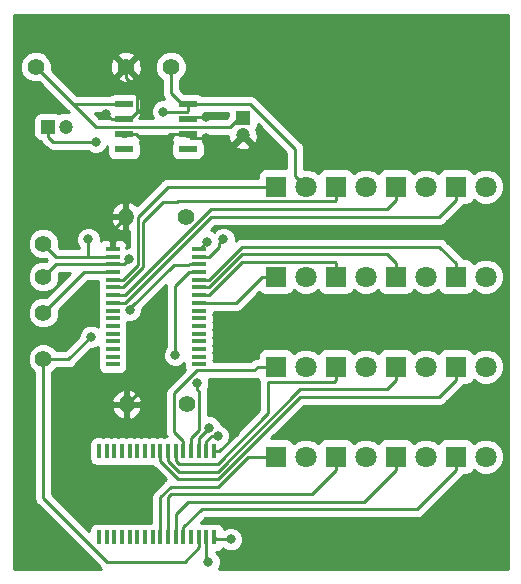
<source format=gbr>
G04 #@! TF.GenerationSoftware,KiCad,Pcbnew,(5.0.1)-3*
G04 #@! TF.CreationDate,2018-10-20T23:17:48-07:00*
G04 #@! TF.ProjectId,ODKB_Board,4F444B425F426F6172642E6B69636164,rev?*
G04 #@! TF.SameCoordinates,Original*
G04 #@! TF.FileFunction,Copper,L1,Top,Signal*
G04 #@! TF.FilePolarity,Positive*
%FSLAX46Y46*%
G04 Gerber Fmt 4.6, Leading zero omitted, Abs format (unit mm)*
G04 Created by KiCad (PCBNEW (5.0.1)-3) date 10/20/2018 11:17:48 PM*
%MOMM*%
%LPD*%
G01*
G04 APERTURE LIST*
G04 #@! TA.AperFunction,SMDPad,CuDef*
%ADD10R,1.200000X0.400000*%
G04 #@! TD*
G04 #@! TA.AperFunction,ComponentPad*
%ADD11C,1.400000*%
G04 #@! TD*
G04 #@! TA.AperFunction,ComponentPad*
%ADD12C,1.200000*%
G04 #@! TD*
G04 #@! TA.AperFunction,ComponentPad*
%ADD13R,1.200000X1.200000*%
G04 #@! TD*
G04 #@! TA.AperFunction,ComponentPad*
%ADD14R,1.800000X1.800000*%
G04 #@! TD*
G04 #@! TA.AperFunction,ComponentPad*
%ADD15C,1.800000*%
G04 #@! TD*
G04 #@! TA.AperFunction,ComponentPad*
%ADD16O,1.400000X1.400000*%
G04 #@! TD*
G04 #@! TA.AperFunction,SMDPad,CuDef*
%ADD17R,1.550000X0.600000*%
G04 #@! TD*
G04 #@! TA.AperFunction,SMDPad,CuDef*
%ADD18R,0.400000X1.200000*%
G04 #@! TD*
G04 #@! TA.AperFunction,ViaPad*
%ADD19C,0.800000*%
G04 #@! TD*
G04 #@! TA.AperFunction,Conductor*
%ADD20C,0.250000*%
G04 #@! TD*
G04 #@! TA.AperFunction,Conductor*
%ADD21C,0.254000*%
G04 #@! TD*
G04 APERTURE END LIST*
D10*
G04 #@! TO.P,U2,32*
G04 #@! TO.N,+5V*
X65118000Y-51513000D03*
G04 #@! TO.P,U2,31*
G04 #@! TO.N,Net-(R1-Pad1)*
X65118000Y-52163000D03*
G04 #@! TO.P,U2,30*
G04 #@! TO.N,/XLAT*
X65118000Y-52813000D03*
G04 #@! TO.P,U2,29*
G04 #@! TO.N,Net-(U2-Pad29)*
X65118000Y-53463000D03*
G04 #@! TO.P,U2,28*
G04 #@! TO.N,/led8*
X65118000Y-54113000D03*
G04 #@! TO.P,U2,27*
G04 #@! TO.N,/led7*
X65118000Y-54763000D03*
G04 #@! TO.P,U2,26*
G04 #@! TO.N,/led6*
X65118000Y-55413000D03*
G04 #@! TO.P,U2,25*
G04 #@! TO.N,/led5*
X65118000Y-56063000D03*
G04 #@! TO.P,U2,24*
G04 #@! TO.N,Net-(U2-Pad24)*
X65118000Y-56713000D03*
G04 #@! TO.P,U2,23*
G04 #@! TO.N,Net-(U2-Pad23)*
X65118000Y-57363000D03*
G04 #@! TO.P,U2,22*
G04 #@! TO.N,Net-(U2-Pad22)*
X65118000Y-58013000D03*
G04 #@! TO.P,U2,21*
G04 #@! TO.N,Net-(U2-Pad21)*
X65118000Y-58663000D03*
G04 #@! TO.P,U2,20*
G04 #@! TO.N,Net-(U2-Pad20)*
X65118000Y-59313000D03*
G04 #@! TO.P,U2,19*
G04 #@! TO.N,Net-(U2-Pad19)*
X65118000Y-59963000D03*
G04 #@! TO.P,U2,18*
G04 #@! TO.N,Net-(U2-Pad18)*
X65118000Y-60613000D03*
G04 #@! TO.P,U2,17*
G04 #@! TO.N,Net-(U2-Pad17)*
X65118000Y-61263000D03*
G04 #@! TO.P,U2,16*
G04 #@! TO.N,Net-(U2-Pad16)*
X57818000Y-61263000D03*
G04 #@! TO.P,U2,15*
G04 #@! TO.N,Net-(U2-Pad15)*
X57818000Y-60613000D03*
G04 #@! TO.P,U2,14*
G04 #@! TO.N,Net-(U2-Pad14)*
X57818000Y-59963000D03*
G04 #@! TO.P,U2,13*
G04 #@! TO.N,Net-(U2-Pad13)*
X57818000Y-59313000D03*
G04 #@! TO.P,U2,12*
G04 #@! TO.N,Net-(U2-Pad12)*
X57818000Y-58663000D03*
G04 #@! TO.P,U2,11*
G04 #@! TO.N,Net-(U2-Pad11)*
X57818000Y-58013000D03*
G04 #@! TO.P,U2,10*
G04 #@! TO.N,Net-(U2-Pad10)*
X57818000Y-57363000D03*
G04 #@! TO.P,U2,9*
G04 #@! TO.N,Net-(U2-Pad9)*
X57818000Y-56713000D03*
G04 #@! TO.P,U2,8*
G04 #@! TO.N,/led4*
X57818000Y-56063000D03*
G04 #@! TO.P,U2,7*
G04 #@! TO.N,/led3*
X57818000Y-55413000D03*
G04 #@! TO.P,U2,6*
G04 #@! TO.N,/led2*
X57818000Y-54763000D03*
G04 #@! TO.P,U2,5*
G04 #@! TO.N,/led1*
X57818000Y-54113000D03*
G04 #@! TO.P,U2,4*
G04 #@! TO.N,/SIN*
X57818000Y-53463000D03*
G04 #@! TO.P,U2,3*
G04 #@! TO.N,/CLK*
X57818000Y-52813000D03*
G04 #@! TO.P,U2,2*
G04 #@! TO.N,/BLANK*
X57818000Y-52163000D03*
G04 #@! TO.P,U2,1*
G04 #@! TO.N,GND*
X57818000Y-51513000D03*
G04 #@! TD*
D11*
G04 #@! TO.P,J2,1*
G04 #@! TO.N,+3V3*
X51308000Y-36068000D03*
G04 #@! TD*
G04 #@! TO.P,J7,1*
G04 #@! TO.N,/XLAT*
X51943000Y-60833000D03*
G04 #@! TD*
G04 #@! TO.P,J6,1*
G04 #@! TO.N,/SIN*
X51943000Y-56896000D03*
G04 #@! TD*
G04 #@! TO.P,J5,1*
G04 #@! TO.N,/CLK*
X51943000Y-53848000D03*
G04 #@! TD*
G04 #@! TO.P,J4,1*
G04 #@! TO.N,/BLANK*
X51943000Y-51054000D03*
G04 #@! TD*
G04 #@! TO.P,J3,1*
G04 #@! TO.N,GND*
X58928000Y-36068000D03*
G04 #@! TD*
G04 #@! TO.P,J1,1*
G04 #@! TO.N,+5V*
X62738000Y-36068000D03*
G04 #@! TD*
D12*
G04 #@! TO.P,C1,2*
G04 #@! TO.N,GND*
X53848000Y-41148000D03*
D13*
G04 #@! TO.P,C1,1*
G04 #@! TO.N,+5V*
X52348000Y-41148000D03*
G04 #@! TD*
G04 #@! TO.P,C2,1*
G04 #@! TO.N,+3V3*
X68834000Y-40386000D03*
D12*
G04 #@! TO.P,C2,2*
G04 #@! TO.N,GND*
X68834000Y-41886000D03*
G04 #@! TD*
D14*
G04 #@! TO.P,D1,1*
G04 #@! TO.N,/led1*
X71628000Y-46228000D03*
D15*
G04 #@! TO.P,D1,2*
G04 #@! TO.N,+5V*
X74168000Y-46228000D03*
G04 #@! TD*
G04 #@! TO.P,D2,2*
G04 #@! TO.N,+5V*
X79248000Y-46228000D03*
D14*
G04 #@! TO.P,D2,1*
G04 #@! TO.N,/led2*
X76708000Y-46228000D03*
G04 #@! TD*
D15*
G04 #@! TO.P,D3,2*
G04 #@! TO.N,+5V*
X84328000Y-46228000D03*
D14*
G04 #@! TO.P,D3,1*
G04 #@! TO.N,/led3*
X81788000Y-46228000D03*
G04 #@! TD*
D15*
G04 #@! TO.P,D4,2*
G04 #@! TO.N,+5V*
X89408000Y-46228000D03*
D14*
G04 #@! TO.P,D4,1*
G04 #@! TO.N,/led4*
X86868000Y-46228000D03*
G04 #@! TD*
D15*
G04 #@! TO.P,D5,2*
G04 #@! TO.N,+5V*
X74168000Y-53848000D03*
D14*
G04 #@! TO.P,D5,1*
G04 #@! TO.N,/led5*
X71628000Y-53848000D03*
G04 #@! TD*
G04 #@! TO.P,D6,1*
G04 #@! TO.N,/led6*
X76708000Y-53848000D03*
D15*
G04 #@! TO.P,D6,2*
G04 #@! TO.N,+5V*
X79248000Y-53848000D03*
G04 #@! TD*
D14*
G04 #@! TO.P,D7,1*
G04 #@! TO.N,/led7*
X81788000Y-53848000D03*
D15*
G04 #@! TO.P,D7,2*
G04 #@! TO.N,+5V*
X84328000Y-53848000D03*
G04 #@! TD*
D14*
G04 #@! TO.P,D8,1*
G04 #@! TO.N,/led8*
X86868000Y-53848000D03*
D15*
G04 #@! TO.P,D8,2*
G04 #@! TO.N,+5V*
X89408000Y-53848000D03*
G04 #@! TD*
D14*
G04 #@! TO.P,D9,1*
G04 #@! TO.N,/led9*
X71628000Y-61468000D03*
D15*
G04 #@! TO.P,D9,2*
G04 #@! TO.N,+5V*
X74168000Y-61468000D03*
G04 #@! TD*
G04 #@! TO.P,D10,2*
G04 #@! TO.N,+5V*
X79248000Y-61468000D03*
D14*
G04 #@! TO.P,D10,1*
G04 #@! TO.N,/led10*
X76708000Y-61468000D03*
G04 #@! TD*
D15*
G04 #@! TO.P,D11,2*
G04 #@! TO.N,+5V*
X84328000Y-61468000D03*
D14*
G04 #@! TO.P,D11,1*
G04 #@! TO.N,/led11*
X81788000Y-61468000D03*
G04 #@! TD*
D15*
G04 #@! TO.P,D12,2*
G04 #@! TO.N,+5V*
X89408000Y-61468000D03*
D14*
G04 #@! TO.P,D12,1*
G04 #@! TO.N,/led12*
X86868000Y-61468000D03*
G04 #@! TD*
D15*
G04 #@! TO.P,D13,2*
G04 #@! TO.N,+5V*
X74168000Y-69088000D03*
D14*
G04 #@! TO.P,D13,1*
G04 #@! TO.N,/led13*
X71628000Y-69088000D03*
G04 #@! TD*
G04 #@! TO.P,D14,1*
G04 #@! TO.N,/led14*
X76708000Y-69088000D03*
D15*
G04 #@! TO.P,D14,2*
G04 #@! TO.N,+5V*
X79248000Y-69088000D03*
G04 #@! TD*
D14*
G04 #@! TO.P,D15,1*
G04 #@! TO.N,/led15*
X81788000Y-69088000D03*
D15*
G04 #@! TO.P,D15,2*
G04 #@! TO.N,+5V*
X84328000Y-69088000D03*
G04 #@! TD*
D14*
G04 #@! TO.P,D16,1*
G04 #@! TO.N,/led16*
X86868000Y-69088000D03*
D15*
G04 #@! TO.P,D16,2*
G04 #@! TO.N,+5V*
X89408000Y-69088000D03*
G04 #@! TD*
D16*
G04 #@! TO.P,R1,2*
G04 #@! TO.N,GND*
X58928000Y-48768000D03*
D11*
G04 #@! TO.P,R1,1*
G04 #@! TO.N,Net-(R1-Pad1)*
X64008000Y-48768000D03*
G04 #@! TD*
G04 #@! TO.P,R2,1*
G04 #@! TO.N,Net-(R2-Pad1)*
X64071005Y-64653839D03*
D16*
G04 #@! TO.P,R2,2*
G04 #@! TO.N,GND*
X58991005Y-64653839D03*
G04 #@! TD*
D17*
G04 #@! TO.P,U1,8*
G04 #@! TO.N,+5V*
X64168000Y-39243000D03*
G04 #@! TO.P,U1,7*
G04 #@! TO.N,GND*
X64168000Y-40513000D03*
G04 #@! TO.P,U1,6*
X64168000Y-41783000D03*
G04 #@! TO.P,U1,5*
G04 #@! TO.N,Net-(U1-Pad5)*
X64168000Y-43053000D03*
G04 #@! TO.P,U1,4*
G04 #@! TO.N,Net-(U1-Pad4)*
X58768000Y-43053000D03*
G04 #@! TO.P,U1,3*
G04 #@! TO.N,GND*
X58768000Y-41783000D03*
G04 #@! TO.P,U1,2*
X58768000Y-40513000D03*
G04 #@! TO.P,U1,1*
G04 #@! TO.N,+3V3*
X58768000Y-39243000D03*
G04 #@! TD*
D18*
G04 #@! TO.P,U3,1*
G04 #@! TO.N,GND*
X66406005Y-68623839D03*
G04 #@! TO.P,U3,2*
G04 #@! TO.N,/BLANK*
X65756005Y-68623839D03*
G04 #@! TO.P,U3,3*
G04 #@! TO.N,/CLK*
X65106005Y-68623839D03*
G04 #@! TO.P,U3,4*
G04 #@! TO.N,Net-(U2-Pad29)*
X64456005Y-68623839D03*
G04 #@! TO.P,U3,5*
G04 #@! TO.N,/led9*
X63806005Y-68623839D03*
G04 #@! TO.P,U3,6*
G04 #@! TO.N,/led10*
X63156005Y-68623839D03*
G04 #@! TO.P,U3,7*
G04 #@! TO.N,/led11*
X62506005Y-68623839D03*
G04 #@! TO.P,U3,8*
G04 #@! TO.N,/led12*
X61856005Y-68623839D03*
G04 #@! TO.P,U3,9*
G04 #@! TO.N,Net-(U3-Pad9)*
X61206005Y-68623839D03*
G04 #@! TO.P,U3,10*
G04 #@! TO.N,Net-(U3-Pad10)*
X60556005Y-68623839D03*
G04 #@! TO.P,U3,11*
G04 #@! TO.N,Net-(U3-Pad11)*
X59906005Y-68623839D03*
G04 #@! TO.P,U3,12*
G04 #@! TO.N,Net-(U3-Pad12)*
X59256005Y-68623839D03*
G04 #@! TO.P,U3,13*
G04 #@! TO.N,Net-(U3-Pad13)*
X58606005Y-68623839D03*
G04 #@! TO.P,U3,14*
G04 #@! TO.N,Net-(U3-Pad14)*
X57956005Y-68623839D03*
G04 #@! TO.P,U3,15*
G04 #@! TO.N,Net-(U3-Pad15)*
X57306005Y-68623839D03*
G04 #@! TO.P,U3,16*
G04 #@! TO.N,Net-(U3-Pad16)*
X56656005Y-68623839D03*
G04 #@! TO.P,U3,17*
G04 #@! TO.N,Net-(U3-Pad17)*
X56656005Y-75923839D03*
G04 #@! TO.P,U3,18*
G04 #@! TO.N,Net-(U3-Pad18)*
X57306005Y-75923839D03*
G04 #@! TO.P,U3,19*
G04 #@! TO.N,Net-(U3-Pad19)*
X57956005Y-75923839D03*
G04 #@! TO.P,U3,20*
G04 #@! TO.N,Net-(U3-Pad20)*
X58606005Y-75923839D03*
G04 #@! TO.P,U3,21*
G04 #@! TO.N,Net-(U3-Pad21)*
X59256005Y-75923839D03*
G04 #@! TO.P,U3,22*
G04 #@! TO.N,Net-(U3-Pad22)*
X59906005Y-75923839D03*
G04 #@! TO.P,U3,23*
G04 #@! TO.N,Net-(U3-Pad23)*
X60556005Y-75923839D03*
G04 #@! TO.P,U3,24*
G04 #@! TO.N,Net-(U3-Pad24)*
X61206005Y-75923839D03*
G04 #@! TO.P,U3,25*
G04 #@! TO.N,/led13*
X61856005Y-75923839D03*
G04 #@! TO.P,U3,26*
G04 #@! TO.N,/led14*
X62506005Y-75923839D03*
G04 #@! TO.P,U3,27*
G04 #@! TO.N,/led15*
X63156005Y-75923839D03*
G04 #@! TO.P,U3,28*
G04 #@! TO.N,/led16*
X63806005Y-75923839D03*
G04 #@! TO.P,U3,29*
G04 #@! TO.N,Net-(U3-Pad29)*
X64456005Y-75923839D03*
G04 #@! TO.P,U3,30*
G04 #@! TO.N,/XLAT*
X65106005Y-75923839D03*
G04 #@! TO.P,U3,31*
G04 #@! TO.N,Net-(R2-Pad1)*
X65756005Y-75923839D03*
G04 #@! TO.P,U3,32*
G04 #@! TO.N,+5V*
X66406005Y-75923839D03*
G04 #@! TD*
D19*
G04 #@! TO.N,+5V*
X67818000Y-76073000D03*
X56388000Y-42418000D03*
X62103000Y-39878000D03*
X65768000Y-50888000D03*
G04 #@! TO.N,GND*
X76708000Y-56388000D03*
X81788000Y-56388000D03*
X86868000Y-56388000D03*
X76768000Y-50038000D03*
X81918000Y-50038000D03*
X87818000Y-49938000D03*
X76318000Y-66188000D03*
X81968000Y-66338000D03*
X86968000Y-65688000D03*
X60468000Y-57838000D03*
X83518000Y-36488000D03*
X60618000Y-39188000D03*
X65718000Y-40338000D03*
X65718000Y-42088000D03*
X57268000Y-40038000D03*
X68418000Y-65588000D03*
X56818000Y-48838000D03*
G04 #@! TO.N,/BLANK*
X55753000Y-50673000D03*
X66692183Y-67327183D03*
G04 #@! TO.N,/CLK*
X65985075Y-66620075D03*
X59228001Y-52385347D03*
G04 #@! TO.N,/XLAT*
X59270333Y-56665058D03*
X55968000Y-58938000D03*
G04 #@! TO.N,Net-(R1-Pad1)*
X67183000Y-50673000D03*
G04 #@! TO.N,Net-(U2-Pad29)*
X63118000Y-60488000D03*
X64968000Y-62838000D03*
G04 #@! TO.N,Net-(R2-Pad1)*
X65913000Y-77978000D03*
G04 #@! TD*
D20*
G04 #@! TO.N,/led1*
X71628000Y-46228000D02*
X62493001Y-46228000D01*
X58668000Y-54113000D02*
X57818000Y-54113000D01*
X59953001Y-52827999D02*
X58668000Y-54113000D01*
X59953001Y-48768000D02*
X59953001Y-52827999D01*
X62493001Y-46228000D02*
X59953001Y-48768000D01*
G04 #@! TO.N,+5V*
X66555166Y-76073000D02*
X66406005Y-75923839D01*
X67818000Y-76073000D02*
X66555166Y-76073000D01*
X63693000Y-39243000D02*
X64168000Y-39243000D01*
X62738000Y-38288000D02*
X63693000Y-39243000D01*
X62738000Y-36068000D02*
X62738000Y-38288000D01*
X52768000Y-42418000D02*
X56388000Y-42418000D01*
X52348000Y-41148000D02*
X52348000Y-41998000D01*
X52348000Y-41998000D02*
X52768000Y-42418000D01*
X64168000Y-39793000D02*
X64168000Y-39243000D01*
X64083000Y-39878000D02*
X64168000Y-39793000D01*
X62103000Y-39878000D02*
X64083000Y-39878000D01*
X65193000Y-39243000D02*
X64168000Y-39243000D01*
X69476002Y-39243000D02*
X65193000Y-39243000D01*
X73268001Y-43034999D02*
X69476002Y-39243000D01*
X73268001Y-45328001D02*
X73268001Y-43034999D01*
X74168000Y-46228000D02*
X73268001Y-45328001D01*
X65118000Y-51513000D02*
X65143000Y-51513000D01*
X65143000Y-51513000D02*
X65768000Y-50888000D01*
G04 #@! TO.N,/led5*
X65968000Y-56063000D02*
X65118000Y-56063000D01*
X68263000Y-56063000D02*
X65968000Y-56063000D01*
X70478000Y-53848000D02*
X68263000Y-56063000D01*
X71628000Y-53848000D02*
X70478000Y-53848000D01*
G04 #@! TO.N,/led9*
X63806005Y-67773839D02*
X63806005Y-68623839D01*
X71628000Y-61468000D02*
X70111844Y-61468000D01*
X63046004Y-67013838D02*
X63046004Y-63709996D01*
X63806005Y-67773839D02*
X63046004Y-67013838D01*
X69791843Y-61788001D02*
X70111844Y-61468000D01*
X64967999Y-61788001D02*
X69791843Y-61788001D01*
X63046004Y-63709996D02*
X64967999Y-61788001D01*
G04 #@! TO.N,/led13*
X69236076Y-69088000D02*
X66696076Y-71628000D01*
X71628000Y-69088000D02*
X69236076Y-69088000D01*
X66696076Y-71628000D02*
X62738000Y-71628000D01*
X61856005Y-72509995D02*
X61856005Y-75923839D01*
X62738000Y-71628000D02*
X61856005Y-72509995D01*
G04 #@! TO.N,/led2*
X76632999Y-47453001D02*
X63328001Y-47453001D01*
X76708000Y-46228000D02*
X76708000Y-47378000D01*
X76708000Y-47378000D02*
X76632999Y-47453001D01*
X63328001Y-47453001D02*
X63283002Y-47498000D01*
X58668000Y-54763000D02*
X57818000Y-54763000D01*
X60403010Y-53027990D02*
X58668000Y-54763000D01*
X60403010Y-49197990D02*
X60403010Y-53027990D01*
X62103000Y-47498000D02*
X60403010Y-49197990D01*
X63283002Y-47498000D02*
X62103000Y-47498000D01*
G04 #@! TO.N,/led6*
X65968000Y-55413000D02*
X65118000Y-55413000D01*
X68758001Y-52622999D02*
X65968000Y-55413000D01*
X76632999Y-52622999D02*
X68758001Y-52622999D01*
X76708000Y-52698000D02*
X76632999Y-52622999D01*
X76708000Y-53848000D02*
X76708000Y-52698000D01*
G04 #@! TO.N,/led10*
X76708000Y-62618000D02*
X76588000Y-62738000D01*
X76708000Y-61468000D02*
X76708000Y-62618000D01*
X76588000Y-62738000D02*
X70993000Y-62738000D01*
X70993000Y-65421846D02*
X66691846Y-69723000D01*
X70993000Y-62738000D02*
X70993000Y-65421846D01*
X63156005Y-69473839D02*
X63156005Y-68623839D01*
X63405166Y-69723000D02*
X63156005Y-69473839D01*
X66691846Y-69723000D02*
X63405166Y-69723000D01*
G04 #@! TO.N,/led14*
X74683000Y-72263000D02*
X62739410Y-72263000D01*
X76708000Y-69088000D02*
X76708000Y-70238000D01*
X76708000Y-70238000D02*
X74683000Y-72263000D01*
X62506005Y-72496405D02*
X62506005Y-75923839D01*
X62739410Y-72263000D02*
X62506005Y-72496405D01*
G04 #@! TO.N,/led3*
X58880002Y-55413000D02*
X57818000Y-55413000D01*
X66160002Y-48133000D02*
X58880002Y-55413000D01*
X81033000Y-48133000D02*
X66160002Y-48133000D01*
X81788000Y-46228000D02*
X81788000Y-47378000D01*
X81788000Y-47378000D02*
X81033000Y-48133000D01*
G04 #@! TO.N,/led7*
X81788000Y-52698000D02*
X81033000Y-51943000D01*
X81788000Y-53848000D02*
X81788000Y-52698000D01*
X65968000Y-54763000D02*
X65118000Y-54763000D01*
X65981590Y-54763000D02*
X65968000Y-54763000D01*
X68801590Y-51943000D02*
X65981590Y-54763000D01*
X81033000Y-51943000D02*
X68801590Y-51943000D01*
G04 #@! TO.N,/led11*
X62506005Y-69473839D02*
X62506005Y-68623839D01*
X81788000Y-61468000D02*
X81788000Y-62618000D01*
X81788000Y-62618000D02*
X81033000Y-63373000D01*
X81033000Y-63373000D02*
X73678256Y-63373000D01*
X73678256Y-63373000D02*
X66693256Y-70358000D01*
X66693256Y-70358000D02*
X63390166Y-70358000D01*
X63390166Y-70358000D02*
X62506005Y-69473839D01*
G04 #@! TO.N,/led15*
X81788000Y-70238000D02*
X79128000Y-72898000D01*
X81788000Y-69088000D02*
X81788000Y-70238000D01*
X64209010Y-72898000D02*
X64643000Y-72898000D01*
X63156005Y-73951005D02*
X64209010Y-72898000D01*
X63156005Y-75923839D02*
X63156005Y-73951005D01*
X79128000Y-72898000D02*
X64643000Y-72898000D01*
G04 #@! TO.N,/led4*
X58866412Y-56063000D02*
X57818000Y-56063000D01*
X66161412Y-48768000D02*
X58866412Y-56063000D01*
X85478000Y-48768000D02*
X66161412Y-48768000D01*
X86868000Y-46228000D02*
X86868000Y-47378000D01*
X86868000Y-47378000D02*
X85478000Y-48768000D01*
G04 #@! TO.N,/led8*
X86868000Y-52698000D02*
X85478000Y-51308000D01*
X86868000Y-53848000D02*
X86868000Y-52698000D01*
X65968000Y-54113000D02*
X65118000Y-54113000D01*
X65995180Y-54113000D02*
X65968000Y-54113000D01*
X68800180Y-51308000D02*
X65995180Y-54113000D01*
X85478000Y-51308000D02*
X68800180Y-51308000D01*
G04 #@! TO.N,/led12*
X61856005Y-69473839D02*
X61856005Y-68623839D01*
X86868000Y-62618000D02*
X85478000Y-64008000D01*
X85478000Y-64008000D02*
X73679666Y-64008000D01*
X86868000Y-61468000D02*
X86868000Y-62618000D01*
X73679666Y-64008000D02*
X66694666Y-70993000D01*
X66694666Y-70993000D02*
X63375166Y-70993000D01*
X63375166Y-70993000D02*
X61856005Y-69473839D01*
G04 #@! TO.N,/led16*
X63806005Y-75073839D02*
X65346844Y-73533000D01*
X63806005Y-75923839D02*
X63806005Y-75073839D01*
X86868000Y-70238000D02*
X86868000Y-69088000D01*
X83573000Y-73533000D02*
X86868000Y-70238000D01*
X65346844Y-73533000D02*
X83573000Y-73533000D01*
G04 #@! TO.N,GND*
X57818000Y-49878000D02*
X57818000Y-51513000D01*
X58928000Y-48768000D02*
X57818000Y-49878000D01*
X66406005Y-68623839D02*
X66406005Y-68223839D01*
X59243000Y-40513000D02*
X58768000Y-40513000D01*
X59868001Y-39887999D02*
X59243000Y-40513000D01*
X59868001Y-37997950D02*
X59868001Y-39887999D01*
X58928000Y-37057949D02*
X59868001Y-37997950D01*
X58928000Y-36068000D02*
X58928000Y-37057949D01*
X58768000Y-40513000D02*
X59293000Y-40513000D01*
X59293000Y-40513000D02*
X60618000Y-39188000D01*
X64343000Y-40338000D02*
X64168000Y-40513000D01*
X65718000Y-40338000D02*
X64343000Y-40338000D01*
X64473000Y-42088000D02*
X64168000Y-41783000D01*
X65718000Y-42088000D02*
X64473000Y-42088000D01*
X57743000Y-40513000D02*
X57268000Y-40038000D01*
X58768000Y-40513000D02*
X57743000Y-40513000D01*
X60468000Y-63176844D02*
X58991005Y-64653839D01*
X60468000Y-57838000D02*
X60468000Y-63176844D01*
X68418000Y-67061844D02*
X68418000Y-65588000D01*
X66406005Y-68623839D02*
X66856005Y-68623839D01*
X66856005Y-68623839D02*
X68418000Y-67061844D01*
X58858000Y-48838000D02*
X58928000Y-48768000D01*
X56818000Y-48838000D02*
X58858000Y-48838000D01*
X59793000Y-41783000D02*
X61223000Y-43213000D01*
X58768000Y-41783000D02*
X59793000Y-41783000D01*
X62653000Y-41783000D02*
X64168000Y-41783000D01*
X61223000Y-43213000D02*
X62653000Y-41783000D01*
G04 #@! TO.N,/BLANK*
X51943000Y-51054000D02*
X53052000Y-52163000D01*
X55753000Y-52163000D02*
X55753000Y-50673000D01*
X55753000Y-52163000D02*
X57818000Y-52163000D01*
X53052000Y-52163000D02*
X55753000Y-52163000D01*
X65756005Y-67773839D02*
X65756005Y-68623839D01*
X66202661Y-67327183D02*
X65756005Y-67773839D01*
X66692183Y-67327183D02*
X66202661Y-67327183D01*
G04 #@! TO.N,/CLK*
X52978000Y-52813000D02*
X57818000Y-52813000D01*
X51943000Y-53848000D02*
X52978000Y-52813000D01*
X65106005Y-68623839D02*
X65106005Y-67499145D01*
X65106005Y-67499145D02*
X65985075Y-66620075D01*
X58800348Y-52813000D02*
X57818000Y-52813000D01*
X59228001Y-52385347D02*
X58800348Y-52813000D01*
G04 #@! TO.N,/SIN*
X55376000Y-53463000D02*
X57818000Y-53463000D01*
X51943000Y-56896000D02*
X55376000Y-53463000D01*
G04 #@! TO.N,/XLAT*
X65106005Y-76773839D02*
X65106005Y-75923839D01*
X63901844Y-77978000D02*
X65106005Y-76773839D01*
X57325164Y-77978000D02*
X63901844Y-77978000D01*
X51943000Y-72595836D02*
X57325164Y-77978000D01*
X51943000Y-60833000D02*
X51943000Y-72595836D01*
X64243000Y-52838000D02*
X62968000Y-52838000D01*
X65118000Y-52813000D02*
X64268000Y-52813000D01*
X64268000Y-52813000D02*
X64243000Y-52838000D01*
X62968000Y-52838000D02*
X59270333Y-56535667D01*
X59270333Y-56535667D02*
X59270333Y-56665058D01*
X54073000Y-60833000D02*
X51943000Y-60833000D01*
X55968000Y-58938000D02*
X54073000Y-60833000D01*
G04 #@! TO.N,+3V3*
X54483000Y-39243000D02*
X51308000Y-36068000D01*
X58768000Y-39243000D02*
X54483000Y-39243000D01*
X56378001Y-41138001D02*
X54483000Y-39243000D01*
X67743001Y-41138001D02*
X56378001Y-41138001D01*
X68495002Y-40386000D02*
X67743001Y-41138001D01*
X68834000Y-40386000D02*
X68495002Y-40386000D01*
G04 #@! TO.N,Net-(R1-Pad1)*
X65968000Y-52163000D02*
X65118000Y-52163000D01*
X66783001Y-51347999D02*
X65968000Y-52163000D01*
X66783001Y-51072999D02*
X66783001Y-51347999D01*
X67183000Y-50673000D02*
X66783001Y-51072999D01*
G04 #@! TO.N,Net-(U2-Pad29)*
X63118000Y-54613000D02*
X63118000Y-60488000D01*
X65118000Y-53463000D02*
X64268000Y-53463000D01*
X64268000Y-53463000D02*
X63118000Y-54613000D01*
X64456005Y-67773839D02*
X64456005Y-68623839D01*
X64456005Y-67512735D02*
X64456005Y-67773839D01*
X65096006Y-66872734D02*
X64456005Y-67512735D01*
X65096006Y-63531691D02*
X65096006Y-66872734D01*
X64968000Y-63403685D02*
X65096006Y-63531691D01*
X64968000Y-62838000D02*
X64968000Y-63403685D01*
G04 #@! TO.N,Net-(R2-Pad1)*
X65756005Y-77821005D02*
X65756005Y-75923839D01*
X65913000Y-77978000D02*
X65756005Y-77821005D01*
G04 #@! TD*
D21*
G04 #@! TO.N,GND*
G36*
X91263001Y-78563000D02*
X66790961Y-78563000D01*
X66948000Y-78183874D01*
X66948000Y-77772126D01*
X66790431Y-77391720D01*
X66569990Y-77171279D01*
X66606005Y-77171279D01*
X66853770Y-77121996D01*
X67063814Y-76981648D01*
X67143572Y-76862283D01*
X67231720Y-76950431D01*
X67612126Y-77108000D01*
X68023874Y-77108000D01*
X68404280Y-76950431D01*
X68695431Y-76659280D01*
X68853000Y-76278874D01*
X68853000Y-75867126D01*
X68695431Y-75486720D01*
X68404280Y-75195569D01*
X68023874Y-75038000D01*
X67612126Y-75038000D01*
X67231720Y-75195569D01*
X67228559Y-75198730D01*
X67204162Y-75076074D01*
X67063814Y-74866030D01*
X66853770Y-74725682D01*
X66606005Y-74676399D01*
X66206005Y-74676399D01*
X66081005Y-74701263D01*
X65956005Y-74676399D01*
X65556005Y-74676399D01*
X65431005Y-74701263D01*
X65306005Y-74676399D01*
X65278247Y-74676399D01*
X65661647Y-74293000D01*
X83498153Y-74293000D01*
X83573000Y-74307888D01*
X83647847Y-74293000D01*
X83647852Y-74293000D01*
X83869537Y-74248904D01*
X84120929Y-74080929D01*
X84163331Y-74017470D01*
X87352473Y-70828329D01*
X87415929Y-70785929D01*
X87475709Y-70696462D01*
X87516483Y-70635440D01*
X87768000Y-70635440D01*
X88015765Y-70586157D01*
X88225809Y-70445809D01*
X88366157Y-70235765D01*
X88369275Y-70220092D01*
X88538493Y-70389310D01*
X89102670Y-70623000D01*
X89713330Y-70623000D01*
X90277507Y-70389310D01*
X90709310Y-69957507D01*
X90943000Y-69393330D01*
X90943000Y-68782670D01*
X90709310Y-68218493D01*
X90277507Y-67786690D01*
X89713330Y-67553000D01*
X89102670Y-67553000D01*
X88538493Y-67786690D01*
X88369275Y-67955908D01*
X88366157Y-67940235D01*
X88225809Y-67730191D01*
X88015765Y-67589843D01*
X87768000Y-67540560D01*
X85968000Y-67540560D01*
X85720235Y-67589843D01*
X85510191Y-67730191D01*
X85369843Y-67940235D01*
X85366725Y-67955908D01*
X85197507Y-67786690D01*
X84633330Y-67553000D01*
X84022670Y-67553000D01*
X83458493Y-67786690D01*
X83289275Y-67955908D01*
X83286157Y-67940235D01*
X83145809Y-67730191D01*
X82935765Y-67589843D01*
X82688000Y-67540560D01*
X80888000Y-67540560D01*
X80640235Y-67589843D01*
X80430191Y-67730191D01*
X80289843Y-67940235D01*
X80286725Y-67955908D01*
X80117507Y-67786690D01*
X79553330Y-67553000D01*
X78942670Y-67553000D01*
X78378493Y-67786690D01*
X78209275Y-67955908D01*
X78206157Y-67940235D01*
X78065809Y-67730191D01*
X77855765Y-67589843D01*
X77608000Y-67540560D01*
X75808000Y-67540560D01*
X75560235Y-67589843D01*
X75350191Y-67730191D01*
X75209843Y-67940235D01*
X75206725Y-67955908D01*
X75037507Y-67786690D01*
X74473330Y-67553000D01*
X73862670Y-67553000D01*
X73298493Y-67786690D01*
X73129275Y-67955908D01*
X73126157Y-67940235D01*
X72985809Y-67730191D01*
X72775765Y-67589843D01*
X72528000Y-67540560D01*
X71221908Y-67540560D01*
X73994468Y-64768000D01*
X85403153Y-64768000D01*
X85478000Y-64782888D01*
X85552847Y-64768000D01*
X85552852Y-64768000D01*
X85774537Y-64723904D01*
X86025929Y-64555929D01*
X86068331Y-64492470D01*
X87352473Y-63208329D01*
X87415929Y-63165929D01*
X87497484Y-63043874D01*
X87516483Y-63015440D01*
X87768000Y-63015440D01*
X88015765Y-62966157D01*
X88225809Y-62825809D01*
X88366157Y-62615765D01*
X88369275Y-62600092D01*
X88538493Y-62769310D01*
X89102670Y-63003000D01*
X89713330Y-63003000D01*
X90277507Y-62769310D01*
X90709310Y-62337507D01*
X90943000Y-61773330D01*
X90943000Y-61162670D01*
X90709310Y-60598493D01*
X90277507Y-60166690D01*
X89713330Y-59933000D01*
X89102670Y-59933000D01*
X88538493Y-60166690D01*
X88369275Y-60335908D01*
X88366157Y-60320235D01*
X88225809Y-60110191D01*
X88015765Y-59969843D01*
X87768000Y-59920560D01*
X85968000Y-59920560D01*
X85720235Y-59969843D01*
X85510191Y-60110191D01*
X85369843Y-60320235D01*
X85366725Y-60335908D01*
X85197507Y-60166690D01*
X84633330Y-59933000D01*
X84022670Y-59933000D01*
X83458493Y-60166690D01*
X83289275Y-60335908D01*
X83286157Y-60320235D01*
X83145809Y-60110191D01*
X82935765Y-59969843D01*
X82688000Y-59920560D01*
X80888000Y-59920560D01*
X80640235Y-59969843D01*
X80430191Y-60110191D01*
X80289843Y-60320235D01*
X80286725Y-60335908D01*
X80117507Y-60166690D01*
X79553330Y-59933000D01*
X78942670Y-59933000D01*
X78378493Y-60166690D01*
X78209275Y-60335908D01*
X78206157Y-60320235D01*
X78065809Y-60110191D01*
X77855765Y-59969843D01*
X77608000Y-59920560D01*
X75808000Y-59920560D01*
X75560235Y-59969843D01*
X75350191Y-60110191D01*
X75209843Y-60320235D01*
X75206725Y-60335908D01*
X75037507Y-60166690D01*
X74473330Y-59933000D01*
X73862670Y-59933000D01*
X73298493Y-60166690D01*
X73129275Y-60335908D01*
X73126157Y-60320235D01*
X72985809Y-60110191D01*
X72775765Y-59969843D01*
X72528000Y-59920560D01*
X70728000Y-59920560D01*
X70480235Y-59969843D01*
X70270191Y-60110191D01*
X70129843Y-60320235D01*
X70080560Y-60568000D01*
X70080560Y-60699335D01*
X70036996Y-60708000D01*
X70036992Y-60708000D01*
X69863449Y-60742520D01*
X69815306Y-60752096D01*
X69727989Y-60810440D01*
X69563915Y-60920071D01*
X69521513Y-60983530D01*
X69477042Y-61028001D01*
X66358478Y-61028001D01*
X66340576Y-60938000D01*
X66365440Y-60813000D01*
X66365440Y-60413000D01*
X66340576Y-60288000D01*
X66365440Y-60163000D01*
X66365440Y-59763000D01*
X66340576Y-59638000D01*
X66365440Y-59513000D01*
X66365440Y-59113000D01*
X66340576Y-58988000D01*
X66365440Y-58863000D01*
X66365440Y-58463000D01*
X66340576Y-58338000D01*
X66365440Y-58213000D01*
X66365440Y-57813000D01*
X66340576Y-57688000D01*
X66365440Y-57563000D01*
X66365440Y-57163000D01*
X66340576Y-57038000D01*
X66365440Y-56913000D01*
X66365440Y-56823000D01*
X68188153Y-56823000D01*
X68263000Y-56837888D01*
X68337847Y-56823000D01*
X68337852Y-56823000D01*
X68559537Y-56778904D01*
X68810929Y-56610929D01*
X68853331Y-56547470D01*
X70240071Y-55160731D01*
X70270191Y-55205809D01*
X70480235Y-55346157D01*
X70728000Y-55395440D01*
X72528000Y-55395440D01*
X72775765Y-55346157D01*
X72985809Y-55205809D01*
X73126157Y-54995765D01*
X73129275Y-54980092D01*
X73298493Y-55149310D01*
X73862670Y-55383000D01*
X74473330Y-55383000D01*
X75037507Y-55149310D01*
X75206725Y-54980092D01*
X75209843Y-54995765D01*
X75350191Y-55205809D01*
X75560235Y-55346157D01*
X75808000Y-55395440D01*
X77608000Y-55395440D01*
X77855765Y-55346157D01*
X78065809Y-55205809D01*
X78206157Y-54995765D01*
X78209275Y-54980092D01*
X78378493Y-55149310D01*
X78942670Y-55383000D01*
X79553330Y-55383000D01*
X80117507Y-55149310D01*
X80286725Y-54980092D01*
X80289843Y-54995765D01*
X80430191Y-55205809D01*
X80640235Y-55346157D01*
X80888000Y-55395440D01*
X82688000Y-55395440D01*
X82935765Y-55346157D01*
X83145809Y-55205809D01*
X83286157Y-54995765D01*
X83289275Y-54980092D01*
X83458493Y-55149310D01*
X84022670Y-55383000D01*
X84633330Y-55383000D01*
X85197507Y-55149310D01*
X85366725Y-54980092D01*
X85369843Y-54995765D01*
X85510191Y-55205809D01*
X85720235Y-55346157D01*
X85968000Y-55395440D01*
X87768000Y-55395440D01*
X88015765Y-55346157D01*
X88225809Y-55205809D01*
X88366157Y-54995765D01*
X88369275Y-54980092D01*
X88538493Y-55149310D01*
X89102670Y-55383000D01*
X89713330Y-55383000D01*
X90277507Y-55149310D01*
X90709310Y-54717507D01*
X90943000Y-54153330D01*
X90943000Y-53542670D01*
X90709310Y-52978493D01*
X90277507Y-52546690D01*
X89713330Y-52313000D01*
X89102670Y-52313000D01*
X88538493Y-52546690D01*
X88369275Y-52715908D01*
X88366157Y-52700235D01*
X88225809Y-52490191D01*
X88015765Y-52349843D01*
X87768000Y-52300560D01*
X87516483Y-52300560D01*
X87458329Y-52213527D01*
X87415929Y-52150071D01*
X87352473Y-52107671D01*
X86068331Y-50823530D01*
X86025929Y-50760071D01*
X85774537Y-50592096D01*
X85552852Y-50548000D01*
X85552847Y-50548000D01*
X85478000Y-50533112D01*
X85403153Y-50548000D01*
X68875026Y-50548000D01*
X68800179Y-50533112D01*
X68725332Y-50548000D01*
X68725328Y-50548000D01*
X68503643Y-50592096D01*
X68252251Y-50760071D01*
X68218000Y-50811331D01*
X68218000Y-50467126D01*
X68060431Y-50086720D01*
X67769280Y-49795569D01*
X67388874Y-49638000D01*
X66977126Y-49638000D01*
X66596720Y-49795569D01*
X66368000Y-50024289D01*
X66354280Y-50010569D01*
X66099272Y-49904942D01*
X66476214Y-49528000D01*
X85403153Y-49528000D01*
X85478000Y-49542888D01*
X85552847Y-49528000D01*
X85552852Y-49528000D01*
X85774537Y-49483904D01*
X86025929Y-49315929D01*
X86068331Y-49252470D01*
X87352473Y-47968329D01*
X87415929Y-47925929D01*
X87503722Y-47794538D01*
X87516483Y-47775440D01*
X87768000Y-47775440D01*
X88015765Y-47726157D01*
X88225809Y-47585809D01*
X88366157Y-47375765D01*
X88369275Y-47360092D01*
X88538493Y-47529310D01*
X89102670Y-47763000D01*
X89713330Y-47763000D01*
X90277507Y-47529310D01*
X90709310Y-47097507D01*
X90943000Y-46533330D01*
X90943000Y-45922670D01*
X90709310Y-45358493D01*
X90277507Y-44926690D01*
X89713330Y-44693000D01*
X89102670Y-44693000D01*
X88538493Y-44926690D01*
X88369275Y-45095908D01*
X88366157Y-45080235D01*
X88225809Y-44870191D01*
X88015765Y-44729843D01*
X87768000Y-44680560D01*
X85968000Y-44680560D01*
X85720235Y-44729843D01*
X85510191Y-44870191D01*
X85369843Y-45080235D01*
X85366725Y-45095908D01*
X85197507Y-44926690D01*
X84633330Y-44693000D01*
X84022670Y-44693000D01*
X83458493Y-44926690D01*
X83289275Y-45095908D01*
X83286157Y-45080235D01*
X83145809Y-44870191D01*
X82935765Y-44729843D01*
X82688000Y-44680560D01*
X80888000Y-44680560D01*
X80640235Y-44729843D01*
X80430191Y-44870191D01*
X80289843Y-45080235D01*
X80286725Y-45095908D01*
X80117507Y-44926690D01*
X79553330Y-44693000D01*
X78942670Y-44693000D01*
X78378493Y-44926690D01*
X78209275Y-45095908D01*
X78206157Y-45080235D01*
X78065809Y-44870191D01*
X77855765Y-44729843D01*
X77608000Y-44680560D01*
X75808000Y-44680560D01*
X75560235Y-44729843D01*
X75350191Y-44870191D01*
X75209843Y-45080235D01*
X75206725Y-45095908D01*
X75037507Y-44926690D01*
X74473330Y-44693000D01*
X74028001Y-44693000D01*
X74028001Y-43109845D01*
X74042889Y-43034998D01*
X74028001Y-42960151D01*
X74028001Y-42960147D01*
X73983905Y-42738462D01*
X73870761Y-42569130D01*
X73858330Y-42550525D01*
X73858328Y-42550523D01*
X73815930Y-42487070D01*
X73752477Y-42444672D01*
X70066333Y-38758530D01*
X70023931Y-38695071D01*
X69772539Y-38527096D01*
X69550854Y-38483000D01*
X69550849Y-38483000D01*
X69476002Y-38468112D01*
X69401155Y-38483000D01*
X65397530Y-38483000D01*
X65190765Y-38344843D01*
X64943000Y-38295560D01*
X63820362Y-38295560D01*
X63498000Y-37973199D01*
X63498000Y-37195975D01*
X63869758Y-36824217D01*
X64073000Y-36333548D01*
X64073000Y-35802452D01*
X63869758Y-35311783D01*
X63494217Y-34936242D01*
X63003548Y-34733000D01*
X62472452Y-34733000D01*
X61981783Y-34936242D01*
X61606242Y-35311783D01*
X61403000Y-35802452D01*
X61403000Y-36333548D01*
X61606242Y-36824217D01*
X61978001Y-37195976D01*
X61978001Y-38213148D01*
X61963112Y-38288000D01*
X62022097Y-38584537D01*
X62138354Y-38758527D01*
X62190072Y-38835929D01*
X62200654Y-38843000D01*
X61897126Y-38843000D01*
X61516720Y-39000569D01*
X61225569Y-39291720D01*
X61068000Y-39672126D01*
X61068000Y-40083874D01*
X61189831Y-40378001D01*
X60027249Y-40378001D01*
X60178000Y-40227250D01*
X60178000Y-40086690D01*
X60088232Y-39869972D01*
X60141157Y-39790765D01*
X60190440Y-39543000D01*
X60190440Y-38943000D01*
X60141157Y-38695235D01*
X60000809Y-38485191D01*
X59790765Y-38344843D01*
X59543000Y-38295560D01*
X57993000Y-38295560D01*
X57745235Y-38344843D01*
X57538470Y-38483000D01*
X54797802Y-38483000D01*
X53318077Y-37003275D01*
X58172331Y-37003275D01*
X58234169Y-37239042D01*
X58735122Y-37415419D01*
X59265440Y-37386664D01*
X59621831Y-37239042D01*
X59683669Y-37003275D01*
X58928000Y-36247605D01*
X58172331Y-37003275D01*
X53318077Y-37003275D01*
X52643000Y-36328199D01*
X52643000Y-35875122D01*
X57580581Y-35875122D01*
X57609336Y-36405440D01*
X57756958Y-36761831D01*
X57992725Y-36823669D01*
X58748395Y-36068000D01*
X59107605Y-36068000D01*
X59863275Y-36823669D01*
X60099042Y-36761831D01*
X60275419Y-36260878D01*
X60246664Y-35730560D01*
X60099042Y-35374169D01*
X59863275Y-35312331D01*
X59107605Y-36068000D01*
X58748395Y-36068000D01*
X57992725Y-35312331D01*
X57756958Y-35374169D01*
X57580581Y-35875122D01*
X52643000Y-35875122D01*
X52643000Y-35802452D01*
X52439758Y-35311783D01*
X52260700Y-35132725D01*
X58172331Y-35132725D01*
X58928000Y-35888395D01*
X59683669Y-35132725D01*
X59621831Y-34896958D01*
X59120878Y-34720581D01*
X58590560Y-34749336D01*
X58234169Y-34896958D01*
X58172331Y-35132725D01*
X52260700Y-35132725D01*
X52064217Y-34936242D01*
X51573548Y-34733000D01*
X51042452Y-34733000D01*
X50551783Y-34936242D01*
X50176242Y-35311783D01*
X49973000Y-35802452D01*
X49973000Y-36333548D01*
X50176242Y-36824217D01*
X50551783Y-37199758D01*
X51042452Y-37403000D01*
X51568199Y-37403000D01*
X53892670Y-39727472D01*
X53935071Y-39790929D01*
X53998530Y-39833331D01*
X54090739Y-39925540D01*
X54016964Y-39900193D01*
X53526587Y-39930518D01*
X53304510Y-40022505D01*
X53195765Y-39949843D01*
X52948000Y-39900560D01*
X51748000Y-39900560D01*
X51500235Y-39949843D01*
X51290191Y-40090191D01*
X51149843Y-40300235D01*
X51100560Y-40548000D01*
X51100560Y-41748000D01*
X51149843Y-41995765D01*
X51290191Y-42205809D01*
X51500235Y-42346157D01*
X51692087Y-42384318D01*
X51699764Y-42395807D01*
X51800072Y-42545929D01*
X51863528Y-42588329D01*
X52177669Y-42902470D01*
X52220071Y-42965929D01*
X52323440Y-43034998D01*
X52471462Y-43133904D01*
X52519605Y-43143480D01*
X52693148Y-43178000D01*
X52693152Y-43178000D01*
X52768000Y-43192888D01*
X52842848Y-43178000D01*
X55684289Y-43178000D01*
X55801720Y-43295431D01*
X56182126Y-43453000D01*
X56593874Y-43453000D01*
X56974280Y-43295431D01*
X57265431Y-43004280D01*
X57345560Y-42810831D01*
X57345560Y-43353000D01*
X57394843Y-43600765D01*
X57535191Y-43810809D01*
X57745235Y-43951157D01*
X57993000Y-44000440D01*
X59543000Y-44000440D01*
X59790765Y-43951157D01*
X60000809Y-43810809D01*
X60141157Y-43600765D01*
X60190440Y-43353000D01*
X60190440Y-42753000D01*
X60141157Y-42505235D01*
X60088232Y-42426028D01*
X60178000Y-42209310D01*
X60178000Y-42068750D01*
X60019252Y-41910002D01*
X60178000Y-41910002D01*
X60178000Y-41898001D01*
X62758000Y-41898001D01*
X62758000Y-41910002D01*
X62916748Y-41910002D01*
X62758000Y-42068750D01*
X62758000Y-42209310D01*
X62847768Y-42426028D01*
X62794843Y-42505235D01*
X62745560Y-42753000D01*
X62745560Y-43353000D01*
X62794843Y-43600765D01*
X62935191Y-43810809D01*
X63145235Y-43951157D01*
X63393000Y-44000440D01*
X64943000Y-44000440D01*
X65190765Y-43951157D01*
X65400809Y-43810809D01*
X65541157Y-43600765D01*
X65590440Y-43353000D01*
X65590440Y-42753000D01*
X65589592Y-42748735D01*
X68150870Y-42748735D01*
X68200383Y-42974164D01*
X68665036Y-43133807D01*
X69155413Y-43103482D01*
X69467617Y-42974164D01*
X69517130Y-42748735D01*
X68834000Y-42065605D01*
X68150870Y-42748735D01*
X65589592Y-42748735D01*
X65541157Y-42505235D01*
X65488232Y-42426028D01*
X65578000Y-42209310D01*
X65578000Y-42068750D01*
X65419252Y-41910002D01*
X65578000Y-41910002D01*
X65578000Y-41898001D01*
X67597384Y-41898001D01*
X67616518Y-42207413D01*
X67745836Y-42519617D01*
X67971265Y-42569130D01*
X68654395Y-41886000D01*
X68640253Y-41871858D01*
X68819858Y-41692253D01*
X68834000Y-41706395D01*
X68848143Y-41692253D01*
X69027748Y-41871858D01*
X69013605Y-41886000D01*
X69696735Y-42569130D01*
X69922164Y-42519617D01*
X70081807Y-42054964D01*
X70051482Y-41564587D01*
X69959495Y-41342510D01*
X70032157Y-41233765D01*
X70081440Y-40986000D01*
X70081440Y-40923240D01*
X72508002Y-43349803D01*
X72508001Y-44680560D01*
X70728000Y-44680560D01*
X70480235Y-44729843D01*
X70270191Y-44870191D01*
X70129843Y-45080235D01*
X70080560Y-45328000D01*
X70080560Y-45468000D01*
X62567847Y-45468000D01*
X62493000Y-45453112D01*
X62418153Y-45468000D01*
X62418149Y-45468000D01*
X62196464Y-45512096D01*
X62196462Y-45512097D01*
X62196463Y-45512097D01*
X62008527Y-45637671D01*
X62008525Y-45637673D01*
X61945072Y-45680071D01*
X61902674Y-45743524D01*
X59831806Y-47814393D01*
X59730663Y-47701236D01*
X59261331Y-47475273D01*
X59055000Y-47597794D01*
X59055000Y-48641000D01*
X59075000Y-48641000D01*
X59075000Y-48895000D01*
X59055000Y-48895000D01*
X59055000Y-49938206D01*
X59193001Y-50020152D01*
X59193002Y-51350347D01*
X59022127Y-51350347D01*
X58936058Y-51385998D01*
X58921252Y-51385998D01*
X59053000Y-51254250D01*
X59053000Y-51186690D01*
X58956327Y-50953301D01*
X58777698Y-50774673D01*
X58544309Y-50678000D01*
X58103750Y-50678000D01*
X57945000Y-50836750D01*
X57945000Y-51315560D01*
X57691000Y-51315560D01*
X57691000Y-50836750D01*
X57532250Y-50678000D01*
X57091691Y-50678000D01*
X56858302Y-50774673D01*
X56788000Y-50844975D01*
X56788000Y-50467126D01*
X56630431Y-50086720D01*
X56339280Y-49795569D01*
X55958874Y-49638000D01*
X55547126Y-49638000D01*
X55166720Y-49795569D01*
X54875569Y-50086720D01*
X54718000Y-50467126D01*
X54718000Y-50878874D01*
X54875569Y-51259280D01*
X54993001Y-51376712D01*
X54993001Y-51403000D01*
X53366802Y-51403000D01*
X53278000Y-51314198D01*
X53278000Y-50788452D01*
X53074758Y-50297783D01*
X52699217Y-49922242D01*
X52208548Y-49719000D01*
X51677452Y-49719000D01*
X51186783Y-49922242D01*
X50811242Y-50297783D01*
X50608000Y-50788452D01*
X50608000Y-51319548D01*
X50811242Y-51810217D01*
X51186783Y-52185758D01*
X51677452Y-52389000D01*
X52203198Y-52389000D01*
X52265198Y-52451000D01*
X52203198Y-52513000D01*
X51677452Y-52513000D01*
X51186783Y-52716242D01*
X50811242Y-53091783D01*
X50608000Y-53582452D01*
X50608000Y-54113548D01*
X50811242Y-54604217D01*
X51186783Y-54979758D01*
X51677452Y-55183000D01*
X52208548Y-55183000D01*
X52699217Y-54979758D01*
X53074758Y-54604217D01*
X53278000Y-54113548D01*
X53278000Y-53587802D01*
X53292802Y-53573000D01*
X54191198Y-53573000D01*
X52203199Y-55561000D01*
X51677452Y-55561000D01*
X51186783Y-55764242D01*
X50811242Y-56139783D01*
X50608000Y-56630452D01*
X50608000Y-57161548D01*
X50811242Y-57652217D01*
X51186783Y-58027758D01*
X51677452Y-58231000D01*
X52208548Y-58231000D01*
X52699217Y-58027758D01*
X53074758Y-57652217D01*
X53278000Y-57161548D01*
X53278000Y-56635801D01*
X55690802Y-54223000D01*
X56570560Y-54223000D01*
X56570560Y-54313000D01*
X56595424Y-54438000D01*
X56570560Y-54563000D01*
X56570560Y-54963000D01*
X56595424Y-55088000D01*
X56570560Y-55213000D01*
X56570560Y-55613000D01*
X56595424Y-55738000D01*
X56570560Y-55863000D01*
X56570560Y-56263000D01*
X56595424Y-56388000D01*
X56570560Y-56513000D01*
X56570560Y-56913000D01*
X56595424Y-57038000D01*
X56570560Y-57163000D01*
X56570560Y-57563000D01*
X56595424Y-57688000D01*
X56570560Y-57813000D01*
X56570560Y-58076849D01*
X56554280Y-58060569D01*
X56173874Y-57903000D01*
X55762126Y-57903000D01*
X55381720Y-58060569D01*
X55090569Y-58351720D01*
X54933000Y-58732126D01*
X54933000Y-58898198D01*
X53758199Y-60073000D01*
X53070975Y-60073000D01*
X52699217Y-59701242D01*
X52208548Y-59498000D01*
X51677452Y-59498000D01*
X51186783Y-59701242D01*
X50811242Y-60076783D01*
X50608000Y-60567452D01*
X50608000Y-61098548D01*
X50811242Y-61589217D01*
X51183000Y-61960975D01*
X51183001Y-72520984D01*
X51168112Y-72595836D01*
X51227097Y-72892373D01*
X51331437Y-73048528D01*
X51395072Y-73143765D01*
X51458528Y-73186165D01*
X56734837Y-78462476D01*
X56777235Y-78525929D01*
X56832716Y-78563000D01*
X49453000Y-78563000D01*
X49453000Y-49101329D01*
X57635284Y-49101329D01*
X57778203Y-49446396D01*
X58125337Y-49834764D01*
X58594669Y-50060727D01*
X58801000Y-49938206D01*
X58801000Y-48895000D01*
X57758626Y-48895000D01*
X57635284Y-49101329D01*
X49453000Y-49101329D01*
X49453000Y-48434671D01*
X57635284Y-48434671D01*
X57758626Y-48641000D01*
X58801000Y-48641000D01*
X58801000Y-47597794D01*
X58594669Y-47475273D01*
X58125337Y-47701236D01*
X57778203Y-48089604D01*
X57635284Y-48434671D01*
X49453000Y-48434671D01*
X49453000Y-31673000D01*
X91263000Y-31673000D01*
X91263001Y-78563000D01*
X91263001Y-78563000D01*
G37*
X91263001Y-78563000D02*
X66790961Y-78563000D01*
X66948000Y-78183874D01*
X66948000Y-77772126D01*
X66790431Y-77391720D01*
X66569990Y-77171279D01*
X66606005Y-77171279D01*
X66853770Y-77121996D01*
X67063814Y-76981648D01*
X67143572Y-76862283D01*
X67231720Y-76950431D01*
X67612126Y-77108000D01*
X68023874Y-77108000D01*
X68404280Y-76950431D01*
X68695431Y-76659280D01*
X68853000Y-76278874D01*
X68853000Y-75867126D01*
X68695431Y-75486720D01*
X68404280Y-75195569D01*
X68023874Y-75038000D01*
X67612126Y-75038000D01*
X67231720Y-75195569D01*
X67228559Y-75198730D01*
X67204162Y-75076074D01*
X67063814Y-74866030D01*
X66853770Y-74725682D01*
X66606005Y-74676399D01*
X66206005Y-74676399D01*
X66081005Y-74701263D01*
X65956005Y-74676399D01*
X65556005Y-74676399D01*
X65431005Y-74701263D01*
X65306005Y-74676399D01*
X65278247Y-74676399D01*
X65661647Y-74293000D01*
X83498153Y-74293000D01*
X83573000Y-74307888D01*
X83647847Y-74293000D01*
X83647852Y-74293000D01*
X83869537Y-74248904D01*
X84120929Y-74080929D01*
X84163331Y-74017470D01*
X87352473Y-70828329D01*
X87415929Y-70785929D01*
X87475709Y-70696462D01*
X87516483Y-70635440D01*
X87768000Y-70635440D01*
X88015765Y-70586157D01*
X88225809Y-70445809D01*
X88366157Y-70235765D01*
X88369275Y-70220092D01*
X88538493Y-70389310D01*
X89102670Y-70623000D01*
X89713330Y-70623000D01*
X90277507Y-70389310D01*
X90709310Y-69957507D01*
X90943000Y-69393330D01*
X90943000Y-68782670D01*
X90709310Y-68218493D01*
X90277507Y-67786690D01*
X89713330Y-67553000D01*
X89102670Y-67553000D01*
X88538493Y-67786690D01*
X88369275Y-67955908D01*
X88366157Y-67940235D01*
X88225809Y-67730191D01*
X88015765Y-67589843D01*
X87768000Y-67540560D01*
X85968000Y-67540560D01*
X85720235Y-67589843D01*
X85510191Y-67730191D01*
X85369843Y-67940235D01*
X85366725Y-67955908D01*
X85197507Y-67786690D01*
X84633330Y-67553000D01*
X84022670Y-67553000D01*
X83458493Y-67786690D01*
X83289275Y-67955908D01*
X83286157Y-67940235D01*
X83145809Y-67730191D01*
X82935765Y-67589843D01*
X82688000Y-67540560D01*
X80888000Y-67540560D01*
X80640235Y-67589843D01*
X80430191Y-67730191D01*
X80289843Y-67940235D01*
X80286725Y-67955908D01*
X80117507Y-67786690D01*
X79553330Y-67553000D01*
X78942670Y-67553000D01*
X78378493Y-67786690D01*
X78209275Y-67955908D01*
X78206157Y-67940235D01*
X78065809Y-67730191D01*
X77855765Y-67589843D01*
X77608000Y-67540560D01*
X75808000Y-67540560D01*
X75560235Y-67589843D01*
X75350191Y-67730191D01*
X75209843Y-67940235D01*
X75206725Y-67955908D01*
X75037507Y-67786690D01*
X74473330Y-67553000D01*
X73862670Y-67553000D01*
X73298493Y-67786690D01*
X73129275Y-67955908D01*
X73126157Y-67940235D01*
X72985809Y-67730191D01*
X72775765Y-67589843D01*
X72528000Y-67540560D01*
X71221908Y-67540560D01*
X73994468Y-64768000D01*
X85403153Y-64768000D01*
X85478000Y-64782888D01*
X85552847Y-64768000D01*
X85552852Y-64768000D01*
X85774537Y-64723904D01*
X86025929Y-64555929D01*
X86068331Y-64492470D01*
X87352473Y-63208329D01*
X87415929Y-63165929D01*
X87497484Y-63043874D01*
X87516483Y-63015440D01*
X87768000Y-63015440D01*
X88015765Y-62966157D01*
X88225809Y-62825809D01*
X88366157Y-62615765D01*
X88369275Y-62600092D01*
X88538493Y-62769310D01*
X89102670Y-63003000D01*
X89713330Y-63003000D01*
X90277507Y-62769310D01*
X90709310Y-62337507D01*
X90943000Y-61773330D01*
X90943000Y-61162670D01*
X90709310Y-60598493D01*
X90277507Y-60166690D01*
X89713330Y-59933000D01*
X89102670Y-59933000D01*
X88538493Y-60166690D01*
X88369275Y-60335908D01*
X88366157Y-60320235D01*
X88225809Y-60110191D01*
X88015765Y-59969843D01*
X87768000Y-59920560D01*
X85968000Y-59920560D01*
X85720235Y-59969843D01*
X85510191Y-60110191D01*
X85369843Y-60320235D01*
X85366725Y-60335908D01*
X85197507Y-60166690D01*
X84633330Y-59933000D01*
X84022670Y-59933000D01*
X83458493Y-60166690D01*
X83289275Y-60335908D01*
X83286157Y-60320235D01*
X83145809Y-60110191D01*
X82935765Y-59969843D01*
X82688000Y-59920560D01*
X80888000Y-59920560D01*
X80640235Y-59969843D01*
X80430191Y-60110191D01*
X80289843Y-60320235D01*
X80286725Y-60335908D01*
X80117507Y-60166690D01*
X79553330Y-59933000D01*
X78942670Y-59933000D01*
X78378493Y-60166690D01*
X78209275Y-60335908D01*
X78206157Y-60320235D01*
X78065809Y-60110191D01*
X77855765Y-59969843D01*
X77608000Y-59920560D01*
X75808000Y-59920560D01*
X75560235Y-59969843D01*
X75350191Y-60110191D01*
X75209843Y-60320235D01*
X75206725Y-60335908D01*
X75037507Y-60166690D01*
X74473330Y-59933000D01*
X73862670Y-59933000D01*
X73298493Y-60166690D01*
X73129275Y-60335908D01*
X73126157Y-60320235D01*
X72985809Y-60110191D01*
X72775765Y-59969843D01*
X72528000Y-59920560D01*
X70728000Y-59920560D01*
X70480235Y-59969843D01*
X70270191Y-60110191D01*
X70129843Y-60320235D01*
X70080560Y-60568000D01*
X70080560Y-60699335D01*
X70036996Y-60708000D01*
X70036992Y-60708000D01*
X69863449Y-60742520D01*
X69815306Y-60752096D01*
X69727989Y-60810440D01*
X69563915Y-60920071D01*
X69521513Y-60983530D01*
X69477042Y-61028001D01*
X66358478Y-61028001D01*
X66340576Y-60938000D01*
X66365440Y-60813000D01*
X66365440Y-60413000D01*
X66340576Y-60288000D01*
X66365440Y-60163000D01*
X66365440Y-59763000D01*
X66340576Y-59638000D01*
X66365440Y-59513000D01*
X66365440Y-59113000D01*
X66340576Y-58988000D01*
X66365440Y-58863000D01*
X66365440Y-58463000D01*
X66340576Y-58338000D01*
X66365440Y-58213000D01*
X66365440Y-57813000D01*
X66340576Y-57688000D01*
X66365440Y-57563000D01*
X66365440Y-57163000D01*
X66340576Y-57038000D01*
X66365440Y-56913000D01*
X66365440Y-56823000D01*
X68188153Y-56823000D01*
X68263000Y-56837888D01*
X68337847Y-56823000D01*
X68337852Y-56823000D01*
X68559537Y-56778904D01*
X68810929Y-56610929D01*
X68853331Y-56547470D01*
X70240071Y-55160731D01*
X70270191Y-55205809D01*
X70480235Y-55346157D01*
X70728000Y-55395440D01*
X72528000Y-55395440D01*
X72775765Y-55346157D01*
X72985809Y-55205809D01*
X73126157Y-54995765D01*
X73129275Y-54980092D01*
X73298493Y-55149310D01*
X73862670Y-55383000D01*
X74473330Y-55383000D01*
X75037507Y-55149310D01*
X75206725Y-54980092D01*
X75209843Y-54995765D01*
X75350191Y-55205809D01*
X75560235Y-55346157D01*
X75808000Y-55395440D01*
X77608000Y-55395440D01*
X77855765Y-55346157D01*
X78065809Y-55205809D01*
X78206157Y-54995765D01*
X78209275Y-54980092D01*
X78378493Y-55149310D01*
X78942670Y-55383000D01*
X79553330Y-55383000D01*
X80117507Y-55149310D01*
X80286725Y-54980092D01*
X80289843Y-54995765D01*
X80430191Y-55205809D01*
X80640235Y-55346157D01*
X80888000Y-55395440D01*
X82688000Y-55395440D01*
X82935765Y-55346157D01*
X83145809Y-55205809D01*
X83286157Y-54995765D01*
X83289275Y-54980092D01*
X83458493Y-55149310D01*
X84022670Y-55383000D01*
X84633330Y-55383000D01*
X85197507Y-55149310D01*
X85366725Y-54980092D01*
X85369843Y-54995765D01*
X85510191Y-55205809D01*
X85720235Y-55346157D01*
X85968000Y-55395440D01*
X87768000Y-55395440D01*
X88015765Y-55346157D01*
X88225809Y-55205809D01*
X88366157Y-54995765D01*
X88369275Y-54980092D01*
X88538493Y-55149310D01*
X89102670Y-55383000D01*
X89713330Y-55383000D01*
X90277507Y-55149310D01*
X90709310Y-54717507D01*
X90943000Y-54153330D01*
X90943000Y-53542670D01*
X90709310Y-52978493D01*
X90277507Y-52546690D01*
X89713330Y-52313000D01*
X89102670Y-52313000D01*
X88538493Y-52546690D01*
X88369275Y-52715908D01*
X88366157Y-52700235D01*
X88225809Y-52490191D01*
X88015765Y-52349843D01*
X87768000Y-52300560D01*
X87516483Y-52300560D01*
X87458329Y-52213527D01*
X87415929Y-52150071D01*
X87352473Y-52107671D01*
X86068331Y-50823530D01*
X86025929Y-50760071D01*
X85774537Y-50592096D01*
X85552852Y-50548000D01*
X85552847Y-50548000D01*
X85478000Y-50533112D01*
X85403153Y-50548000D01*
X68875026Y-50548000D01*
X68800179Y-50533112D01*
X68725332Y-50548000D01*
X68725328Y-50548000D01*
X68503643Y-50592096D01*
X68252251Y-50760071D01*
X68218000Y-50811331D01*
X68218000Y-50467126D01*
X68060431Y-50086720D01*
X67769280Y-49795569D01*
X67388874Y-49638000D01*
X66977126Y-49638000D01*
X66596720Y-49795569D01*
X66368000Y-50024289D01*
X66354280Y-50010569D01*
X66099272Y-49904942D01*
X66476214Y-49528000D01*
X85403153Y-49528000D01*
X85478000Y-49542888D01*
X85552847Y-49528000D01*
X85552852Y-49528000D01*
X85774537Y-49483904D01*
X86025929Y-49315929D01*
X86068331Y-49252470D01*
X87352473Y-47968329D01*
X87415929Y-47925929D01*
X87503722Y-47794538D01*
X87516483Y-47775440D01*
X87768000Y-47775440D01*
X88015765Y-47726157D01*
X88225809Y-47585809D01*
X88366157Y-47375765D01*
X88369275Y-47360092D01*
X88538493Y-47529310D01*
X89102670Y-47763000D01*
X89713330Y-47763000D01*
X90277507Y-47529310D01*
X90709310Y-47097507D01*
X90943000Y-46533330D01*
X90943000Y-45922670D01*
X90709310Y-45358493D01*
X90277507Y-44926690D01*
X89713330Y-44693000D01*
X89102670Y-44693000D01*
X88538493Y-44926690D01*
X88369275Y-45095908D01*
X88366157Y-45080235D01*
X88225809Y-44870191D01*
X88015765Y-44729843D01*
X87768000Y-44680560D01*
X85968000Y-44680560D01*
X85720235Y-44729843D01*
X85510191Y-44870191D01*
X85369843Y-45080235D01*
X85366725Y-45095908D01*
X85197507Y-44926690D01*
X84633330Y-44693000D01*
X84022670Y-44693000D01*
X83458493Y-44926690D01*
X83289275Y-45095908D01*
X83286157Y-45080235D01*
X83145809Y-44870191D01*
X82935765Y-44729843D01*
X82688000Y-44680560D01*
X80888000Y-44680560D01*
X80640235Y-44729843D01*
X80430191Y-44870191D01*
X80289843Y-45080235D01*
X80286725Y-45095908D01*
X80117507Y-44926690D01*
X79553330Y-44693000D01*
X78942670Y-44693000D01*
X78378493Y-44926690D01*
X78209275Y-45095908D01*
X78206157Y-45080235D01*
X78065809Y-44870191D01*
X77855765Y-44729843D01*
X77608000Y-44680560D01*
X75808000Y-44680560D01*
X75560235Y-44729843D01*
X75350191Y-44870191D01*
X75209843Y-45080235D01*
X75206725Y-45095908D01*
X75037507Y-44926690D01*
X74473330Y-44693000D01*
X74028001Y-44693000D01*
X74028001Y-43109845D01*
X74042889Y-43034998D01*
X74028001Y-42960151D01*
X74028001Y-42960147D01*
X73983905Y-42738462D01*
X73870761Y-42569130D01*
X73858330Y-42550525D01*
X73858328Y-42550523D01*
X73815930Y-42487070D01*
X73752477Y-42444672D01*
X70066333Y-38758530D01*
X70023931Y-38695071D01*
X69772539Y-38527096D01*
X69550854Y-38483000D01*
X69550849Y-38483000D01*
X69476002Y-38468112D01*
X69401155Y-38483000D01*
X65397530Y-38483000D01*
X65190765Y-38344843D01*
X64943000Y-38295560D01*
X63820362Y-38295560D01*
X63498000Y-37973199D01*
X63498000Y-37195975D01*
X63869758Y-36824217D01*
X64073000Y-36333548D01*
X64073000Y-35802452D01*
X63869758Y-35311783D01*
X63494217Y-34936242D01*
X63003548Y-34733000D01*
X62472452Y-34733000D01*
X61981783Y-34936242D01*
X61606242Y-35311783D01*
X61403000Y-35802452D01*
X61403000Y-36333548D01*
X61606242Y-36824217D01*
X61978001Y-37195976D01*
X61978001Y-38213148D01*
X61963112Y-38288000D01*
X62022097Y-38584537D01*
X62138354Y-38758527D01*
X62190072Y-38835929D01*
X62200654Y-38843000D01*
X61897126Y-38843000D01*
X61516720Y-39000569D01*
X61225569Y-39291720D01*
X61068000Y-39672126D01*
X61068000Y-40083874D01*
X61189831Y-40378001D01*
X60027249Y-40378001D01*
X60178000Y-40227250D01*
X60178000Y-40086690D01*
X60088232Y-39869972D01*
X60141157Y-39790765D01*
X60190440Y-39543000D01*
X60190440Y-38943000D01*
X60141157Y-38695235D01*
X60000809Y-38485191D01*
X59790765Y-38344843D01*
X59543000Y-38295560D01*
X57993000Y-38295560D01*
X57745235Y-38344843D01*
X57538470Y-38483000D01*
X54797802Y-38483000D01*
X53318077Y-37003275D01*
X58172331Y-37003275D01*
X58234169Y-37239042D01*
X58735122Y-37415419D01*
X59265440Y-37386664D01*
X59621831Y-37239042D01*
X59683669Y-37003275D01*
X58928000Y-36247605D01*
X58172331Y-37003275D01*
X53318077Y-37003275D01*
X52643000Y-36328199D01*
X52643000Y-35875122D01*
X57580581Y-35875122D01*
X57609336Y-36405440D01*
X57756958Y-36761831D01*
X57992725Y-36823669D01*
X58748395Y-36068000D01*
X59107605Y-36068000D01*
X59863275Y-36823669D01*
X60099042Y-36761831D01*
X60275419Y-36260878D01*
X60246664Y-35730560D01*
X60099042Y-35374169D01*
X59863275Y-35312331D01*
X59107605Y-36068000D01*
X58748395Y-36068000D01*
X57992725Y-35312331D01*
X57756958Y-35374169D01*
X57580581Y-35875122D01*
X52643000Y-35875122D01*
X52643000Y-35802452D01*
X52439758Y-35311783D01*
X52260700Y-35132725D01*
X58172331Y-35132725D01*
X58928000Y-35888395D01*
X59683669Y-35132725D01*
X59621831Y-34896958D01*
X59120878Y-34720581D01*
X58590560Y-34749336D01*
X58234169Y-34896958D01*
X58172331Y-35132725D01*
X52260700Y-35132725D01*
X52064217Y-34936242D01*
X51573548Y-34733000D01*
X51042452Y-34733000D01*
X50551783Y-34936242D01*
X50176242Y-35311783D01*
X49973000Y-35802452D01*
X49973000Y-36333548D01*
X50176242Y-36824217D01*
X50551783Y-37199758D01*
X51042452Y-37403000D01*
X51568199Y-37403000D01*
X53892670Y-39727472D01*
X53935071Y-39790929D01*
X53998530Y-39833331D01*
X54090739Y-39925540D01*
X54016964Y-39900193D01*
X53526587Y-39930518D01*
X53304510Y-40022505D01*
X53195765Y-39949843D01*
X52948000Y-39900560D01*
X51748000Y-39900560D01*
X51500235Y-39949843D01*
X51290191Y-40090191D01*
X51149843Y-40300235D01*
X51100560Y-40548000D01*
X51100560Y-41748000D01*
X51149843Y-41995765D01*
X51290191Y-42205809D01*
X51500235Y-42346157D01*
X51692087Y-42384318D01*
X51699764Y-42395807D01*
X51800072Y-42545929D01*
X51863528Y-42588329D01*
X52177669Y-42902470D01*
X52220071Y-42965929D01*
X52323440Y-43034998D01*
X52471462Y-43133904D01*
X52519605Y-43143480D01*
X52693148Y-43178000D01*
X52693152Y-43178000D01*
X52768000Y-43192888D01*
X52842848Y-43178000D01*
X55684289Y-43178000D01*
X55801720Y-43295431D01*
X56182126Y-43453000D01*
X56593874Y-43453000D01*
X56974280Y-43295431D01*
X57265431Y-43004280D01*
X57345560Y-42810831D01*
X57345560Y-43353000D01*
X57394843Y-43600765D01*
X57535191Y-43810809D01*
X57745235Y-43951157D01*
X57993000Y-44000440D01*
X59543000Y-44000440D01*
X59790765Y-43951157D01*
X60000809Y-43810809D01*
X60141157Y-43600765D01*
X60190440Y-43353000D01*
X60190440Y-42753000D01*
X60141157Y-42505235D01*
X60088232Y-42426028D01*
X60178000Y-42209310D01*
X60178000Y-42068750D01*
X60019252Y-41910002D01*
X60178000Y-41910002D01*
X60178000Y-41898001D01*
X62758000Y-41898001D01*
X62758000Y-41910002D01*
X62916748Y-41910002D01*
X62758000Y-42068750D01*
X62758000Y-42209310D01*
X62847768Y-42426028D01*
X62794843Y-42505235D01*
X62745560Y-42753000D01*
X62745560Y-43353000D01*
X62794843Y-43600765D01*
X62935191Y-43810809D01*
X63145235Y-43951157D01*
X63393000Y-44000440D01*
X64943000Y-44000440D01*
X65190765Y-43951157D01*
X65400809Y-43810809D01*
X65541157Y-43600765D01*
X65590440Y-43353000D01*
X65590440Y-42753000D01*
X65589592Y-42748735D01*
X68150870Y-42748735D01*
X68200383Y-42974164D01*
X68665036Y-43133807D01*
X69155413Y-43103482D01*
X69467617Y-42974164D01*
X69517130Y-42748735D01*
X68834000Y-42065605D01*
X68150870Y-42748735D01*
X65589592Y-42748735D01*
X65541157Y-42505235D01*
X65488232Y-42426028D01*
X65578000Y-42209310D01*
X65578000Y-42068750D01*
X65419252Y-41910002D01*
X65578000Y-41910002D01*
X65578000Y-41898001D01*
X67597384Y-41898001D01*
X67616518Y-42207413D01*
X67745836Y-42519617D01*
X67971265Y-42569130D01*
X68654395Y-41886000D01*
X68640253Y-41871858D01*
X68819858Y-41692253D01*
X68834000Y-41706395D01*
X68848143Y-41692253D01*
X69027748Y-41871858D01*
X69013605Y-41886000D01*
X69696735Y-42569130D01*
X69922164Y-42519617D01*
X70081807Y-42054964D01*
X70051482Y-41564587D01*
X69959495Y-41342510D01*
X70032157Y-41233765D01*
X70081440Y-40986000D01*
X70081440Y-40923240D01*
X72508002Y-43349803D01*
X72508001Y-44680560D01*
X70728000Y-44680560D01*
X70480235Y-44729843D01*
X70270191Y-44870191D01*
X70129843Y-45080235D01*
X70080560Y-45328000D01*
X70080560Y-45468000D01*
X62567847Y-45468000D01*
X62493000Y-45453112D01*
X62418153Y-45468000D01*
X62418149Y-45468000D01*
X62196464Y-45512096D01*
X62196462Y-45512097D01*
X62196463Y-45512097D01*
X62008527Y-45637671D01*
X62008525Y-45637673D01*
X61945072Y-45680071D01*
X61902674Y-45743524D01*
X59831806Y-47814393D01*
X59730663Y-47701236D01*
X59261331Y-47475273D01*
X59055000Y-47597794D01*
X59055000Y-48641000D01*
X59075000Y-48641000D01*
X59075000Y-48895000D01*
X59055000Y-48895000D01*
X59055000Y-49938206D01*
X59193001Y-50020152D01*
X59193002Y-51350347D01*
X59022127Y-51350347D01*
X58936058Y-51385998D01*
X58921252Y-51385998D01*
X59053000Y-51254250D01*
X59053000Y-51186690D01*
X58956327Y-50953301D01*
X58777698Y-50774673D01*
X58544309Y-50678000D01*
X58103750Y-50678000D01*
X57945000Y-50836750D01*
X57945000Y-51315560D01*
X57691000Y-51315560D01*
X57691000Y-50836750D01*
X57532250Y-50678000D01*
X57091691Y-50678000D01*
X56858302Y-50774673D01*
X56788000Y-50844975D01*
X56788000Y-50467126D01*
X56630431Y-50086720D01*
X56339280Y-49795569D01*
X55958874Y-49638000D01*
X55547126Y-49638000D01*
X55166720Y-49795569D01*
X54875569Y-50086720D01*
X54718000Y-50467126D01*
X54718000Y-50878874D01*
X54875569Y-51259280D01*
X54993001Y-51376712D01*
X54993001Y-51403000D01*
X53366802Y-51403000D01*
X53278000Y-51314198D01*
X53278000Y-50788452D01*
X53074758Y-50297783D01*
X52699217Y-49922242D01*
X52208548Y-49719000D01*
X51677452Y-49719000D01*
X51186783Y-49922242D01*
X50811242Y-50297783D01*
X50608000Y-50788452D01*
X50608000Y-51319548D01*
X50811242Y-51810217D01*
X51186783Y-52185758D01*
X51677452Y-52389000D01*
X52203198Y-52389000D01*
X52265198Y-52451000D01*
X52203198Y-52513000D01*
X51677452Y-52513000D01*
X51186783Y-52716242D01*
X50811242Y-53091783D01*
X50608000Y-53582452D01*
X50608000Y-54113548D01*
X50811242Y-54604217D01*
X51186783Y-54979758D01*
X51677452Y-55183000D01*
X52208548Y-55183000D01*
X52699217Y-54979758D01*
X53074758Y-54604217D01*
X53278000Y-54113548D01*
X53278000Y-53587802D01*
X53292802Y-53573000D01*
X54191198Y-53573000D01*
X52203199Y-55561000D01*
X51677452Y-55561000D01*
X51186783Y-55764242D01*
X50811242Y-56139783D01*
X50608000Y-56630452D01*
X50608000Y-57161548D01*
X50811242Y-57652217D01*
X51186783Y-58027758D01*
X51677452Y-58231000D01*
X52208548Y-58231000D01*
X52699217Y-58027758D01*
X53074758Y-57652217D01*
X53278000Y-57161548D01*
X53278000Y-56635801D01*
X55690802Y-54223000D01*
X56570560Y-54223000D01*
X56570560Y-54313000D01*
X56595424Y-54438000D01*
X56570560Y-54563000D01*
X56570560Y-54963000D01*
X56595424Y-55088000D01*
X56570560Y-55213000D01*
X56570560Y-55613000D01*
X56595424Y-55738000D01*
X56570560Y-55863000D01*
X56570560Y-56263000D01*
X56595424Y-56388000D01*
X56570560Y-56513000D01*
X56570560Y-56913000D01*
X56595424Y-57038000D01*
X56570560Y-57163000D01*
X56570560Y-57563000D01*
X56595424Y-57688000D01*
X56570560Y-57813000D01*
X56570560Y-58076849D01*
X56554280Y-58060569D01*
X56173874Y-57903000D01*
X55762126Y-57903000D01*
X55381720Y-58060569D01*
X55090569Y-58351720D01*
X54933000Y-58732126D01*
X54933000Y-58898198D01*
X53758199Y-60073000D01*
X53070975Y-60073000D01*
X52699217Y-59701242D01*
X52208548Y-59498000D01*
X51677452Y-59498000D01*
X51186783Y-59701242D01*
X50811242Y-60076783D01*
X50608000Y-60567452D01*
X50608000Y-61098548D01*
X50811242Y-61589217D01*
X51183000Y-61960975D01*
X51183001Y-72520984D01*
X51168112Y-72595836D01*
X51227097Y-72892373D01*
X51331437Y-73048528D01*
X51395072Y-73143765D01*
X51458528Y-73186165D01*
X56734837Y-78462476D01*
X56777235Y-78525929D01*
X56832716Y-78563000D01*
X49453000Y-78563000D01*
X49453000Y-49101329D01*
X57635284Y-49101329D01*
X57778203Y-49446396D01*
X58125337Y-49834764D01*
X58594669Y-50060727D01*
X58801000Y-49938206D01*
X58801000Y-48895000D01*
X57758626Y-48895000D01*
X57635284Y-49101329D01*
X49453000Y-49101329D01*
X49453000Y-48434671D01*
X57635284Y-48434671D01*
X57758626Y-48641000D01*
X58801000Y-48641000D01*
X58801000Y-47597794D01*
X58594669Y-47475273D01*
X58125337Y-47701236D01*
X57778203Y-48089604D01*
X57635284Y-48434671D01*
X49453000Y-48434671D01*
X49453000Y-31673000D01*
X91263000Y-31673000D01*
X91263001Y-78563000D01*
G36*
X62358000Y-54538149D02*
X62358000Y-54538153D01*
X62343112Y-54613000D01*
X62358000Y-54687847D01*
X62358001Y-59784288D01*
X62240569Y-59901720D01*
X62083000Y-60282126D01*
X62083000Y-60693874D01*
X62240569Y-61074280D01*
X62531720Y-61365431D01*
X62912126Y-61523000D01*
X63323874Y-61523000D01*
X63704280Y-61365431D01*
X63870560Y-61199151D01*
X63870560Y-61463000D01*
X63919843Y-61710765D01*
X63940106Y-61741091D01*
X62561532Y-63119667D01*
X62498076Y-63162067D01*
X62455676Y-63225523D01*
X62455675Y-63225524D01*
X62330101Y-63413459D01*
X62271116Y-63709996D01*
X62286005Y-63784848D01*
X62286004Y-66938991D01*
X62271116Y-67013838D01*
X62286004Y-67088685D01*
X62286004Y-67088689D01*
X62330100Y-67310374D01*
X62374216Y-67376399D01*
X62306005Y-67376399D01*
X62181005Y-67401263D01*
X62056005Y-67376399D01*
X61656005Y-67376399D01*
X61531005Y-67401263D01*
X61406005Y-67376399D01*
X61006005Y-67376399D01*
X60881005Y-67401263D01*
X60756005Y-67376399D01*
X60356005Y-67376399D01*
X60231005Y-67401263D01*
X60106005Y-67376399D01*
X59706005Y-67376399D01*
X59581005Y-67401263D01*
X59456005Y-67376399D01*
X59056005Y-67376399D01*
X58931005Y-67401263D01*
X58806005Y-67376399D01*
X58406005Y-67376399D01*
X58281005Y-67401263D01*
X58156005Y-67376399D01*
X57756005Y-67376399D01*
X57631005Y-67401263D01*
X57506005Y-67376399D01*
X57106005Y-67376399D01*
X56981005Y-67401263D01*
X56856005Y-67376399D01*
X56456005Y-67376399D01*
X56208240Y-67425682D01*
X55998196Y-67566030D01*
X55857848Y-67776074D01*
X55808565Y-68023839D01*
X55808565Y-69223839D01*
X55857848Y-69471604D01*
X55998196Y-69681648D01*
X56208240Y-69821996D01*
X56456005Y-69871279D01*
X56856005Y-69871279D01*
X56981005Y-69846415D01*
X57106005Y-69871279D01*
X57506005Y-69871279D01*
X57631005Y-69846415D01*
X57756005Y-69871279D01*
X58156005Y-69871279D01*
X58281005Y-69846415D01*
X58406005Y-69871279D01*
X58806005Y-69871279D01*
X58931005Y-69846415D01*
X59056005Y-69871279D01*
X59456005Y-69871279D01*
X59581005Y-69846415D01*
X59706005Y-69871279D01*
X60106005Y-69871279D01*
X60231005Y-69846415D01*
X60356005Y-69871279D01*
X60756005Y-69871279D01*
X60881005Y-69846415D01*
X61006005Y-69871279D01*
X61207523Y-69871279D01*
X61308076Y-70021768D01*
X61371535Y-70064170D01*
X62308382Y-71001018D01*
X62253526Y-71037671D01*
X62253524Y-71037673D01*
X62190071Y-71080071D01*
X62147673Y-71143525D01*
X61371534Y-71919664D01*
X61308076Y-71962066D01*
X61140101Y-72213459D01*
X61096005Y-72435144D01*
X61096005Y-72435148D01*
X61081117Y-72509995D01*
X61096005Y-72584842D01*
X61096006Y-74676399D01*
X61006005Y-74676399D01*
X60881005Y-74701263D01*
X60756005Y-74676399D01*
X60356005Y-74676399D01*
X60231005Y-74701263D01*
X60106005Y-74676399D01*
X59706005Y-74676399D01*
X59581005Y-74701263D01*
X59456005Y-74676399D01*
X59056005Y-74676399D01*
X58931005Y-74701263D01*
X58806005Y-74676399D01*
X58406005Y-74676399D01*
X58281005Y-74701263D01*
X58156005Y-74676399D01*
X57756005Y-74676399D01*
X57631005Y-74701263D01*
X57506005Y-74676399D01*
X57106005Y-74676399D01*
X56981005Y-74701263D01*
X56856005Y-74676399D01*
X56456005Y-74676399D01*
X56208240Y-74725682D01*
X55998196Y-74866030D01*
X55857848Y-75076074D01*
X55808565Y-75323839D01*
X55808565Y-75386599D01*
X52703000Y-72281035D01*
X52703000Y-64987168D01*
X57698289Y-64987168D01*
X57841208Y-65332235D01*
X58188342Y-65720603D01*
X58657674Y-65946566D01*
X58864005Y-65824045D01*
X58864005Y-64780839D01*
X59118005Y-64780839D01*
X59118005Y-65824045D01*
X59324336Y-65946566D01*
X59793668Y-65720603D01*
X60140802Y-65332235D01*
X60283721Y-64987168D01*
X60160379Y-64780839D01*
X59118005Y-64780839D01*
X58864005Y-64780839D01*
X57821631Y-64780839D01*
X57698289Y-64987168D01*
X52703000Y-64987168D01*
X52703000Y-64320510D01*
X57698289Y-64320510D01*
X57821631Y-64526839D01*
X58864005Y-64526839D01*
X58864005Y-63483633D01*
X59118005Y-63483633D01*
X59118005Y-64526839D01*
X60160379Y-64526839D01*
X60283721Y-64320510D01*
X60140802Y-63975443D01*
X59793668Y-63587075D01*
X59324336Y-63361112D01*
X59118005Y-63483633D01*
X58864005Y-63483633D01*
X58657674Y-63361112D01*
X58188342Y-63587075D01*
X57841208Y-63975443D01*
X57698289Y-64320510D01*
X52703000Y-64320510D01*
X52703000Y-61960975D01*
X53070975Y-61593000D01*
X53998153Y-61593000D01*
X54073000Y-61607888D01*
X54147847Y-61593000D01*
X54147852Y-61593000D01*
X54369537Y-61548904D01*
X54620929Y-61380929D01*
X54663331Y-61317470D01*
X56007802Y-59973000D01*
X56173874Y-59973000D01*
X56554280Y-59815431D01*
X56570560Y-59799151D01*
X56570560Y-60163000D01*
X56595424Y-60288000D01*
X56570560Y-60413000D01*
X56570560Y-60813000D01*
X56595424Y-60938000D01*
X56570560Y-61063000D01*
X56570560Y-61463000D01*
X56619843Y-61710765D01*
X56760191Y-61920809D01*
X56970235Y-62061157D01*
X57218000Y-62110440D01*
X58418000Y-62110440D01*
X58665765Y-62061157D01*
X58875809Y-61920809D01*
X59016157Y-61710765D01*
X59065440Y-61463000D01*
X59065440Y-61063000D01*
X59040576Y-60938000D01*
X59065440Y-60813000D01*
X59065440Y-60413000D01*
X59040576Y-60288000D01*
X59065440Y-60163000D01*
X59065440Y-59763000D01*
X59040576Y-59638000D01*
X59065440Y-59513000D01*
X59065440Y-59113000D01*
X59040576Y-58988000D01*
X59065440Y-58863000D01*
X59065440Y-58463000D01*
X59040576Y-58338000D01*
X59065440Y-58213000D01*
X59065440Y-57813000D01*
X59041046Y-57690360D01*
X59064459Y-57700058D01*
X59476207Y-57700058D01*
X59856613Y-57542489D01*
X60147764Y-57251338D01*
X60305333Y-56870932D01*
X60305333Y-56575468D01*
X62361811Y-54518991D01*
X62358000Y-54538149D01*
X62358000Y-54538149D01*
G37*
X62358000Y-54538149D02*
X62358000Y-54538153D01*
X62343112Y-54613000D01*
X62358000Y-54687847D01*
X62358001Y-59784288D01*
X62240569Y-59901720D01*
X62083000Y-60282126D01*
X62083000Y-60693874D01*
X62240569Y-61074280D01*
X62531720Y-61365431D01*
X62912126Y-61523000D01*
X63323874Y-61523000D01*
X63704280Y-61365431D01*
X63870560Y-61199151D01*
X63870560Y-61463000D01*
X63919843Y-61710765D01*
X63940106Y-61741091D01*
X62561532Y-63119667D01*
X62498076Y-63162067D01*
X62455676Y-63225523D01*
X62455675Y-63225524D01*
X62330101Y-63413459D01*
X62271116Y-63709996D01*
X62286005Y-63784848D01*
X62286004Y-66938991D01*
X62271116Y-67013838D01*
X62286004Y-67088685D01*
X62286004Y-67088689D01*
X62330100Y-67310374D01*
X62374216Y-67376399D01*
X62306005Y-67376399D01*
X62181005Y-67401263D01*
X62056005Y-67376399D01*
X61656005Y-67376399D01*
X61531005Y-67401263D01*
X61406005Y-67376399D01*
X61006005Y-67376399D01*
X60881005Y-67401263D01*
X60756005Y-67376399D01*
X60356005Y-67376399D01*
X60231005Y-67401263D01*
X60106005Y-67376399D01*
X59706005Y-67376399D01*
X59581005Y-67401263D01*
X59456005Y-67376399D01*
X59056005Y-67376399D01*
X58931005Y-67401263D01*
X58806005Y-67376399D01*
X58406005Y-67376399D01*
X58281005Y-67401263D01*
X58156005Y-67376399D01*
X57756005Y-67376399D01*
X57631005Y-67401263D01*
X57506005Y-67376399D01*
X57106005Y-67376399D01*
X56981005Y-67401263D01*
X56856005Y-67376399D01*
X56456005Y-67376399D01*
X56208240Y-67425682D01*
X55998196Y-67566030D01*
X55857848Y-67776074D01*
X55808565Y-68023839D01*
X55808565Y-69223839D01*
X55857848Y-69471604D01*
X55998196Y-69681648D01*
X56208240Y-69821996D01*
X56456005Y-69871279D01*
X56856005Y-69871279D01*
X56981005Y-69846415D01*
X57106005Y-69871279D01*
X57506005Y-69871279D01*
X57631005Y-69846415D01*
X57756005Y-69871279D01*
X58156005Y-69871279D01*
X58281005Y-69846415D01*
X58406005Y-69871279D01*
X58806005Y-69871279D01*
X58931005Y-69846415D01*
X59056005Y-69871279D01*
X59456005Y-69871279D01*
X59581005Y-69846415D01*
X59706005Y-69871279D01*
X60106005Y-69871279D01*
X60231005Y-69846415D01*
X60356005Y-69871279D01*
X60756005Y-69871279D01*
X60881005Y-69846415D01*
X61006005Y-69871279D01*
X61207523Y-69871279D01*
X61308076Y-70021768D01*
X61371535Y-70064170D01*
X62308382Y-71001018D01*
X62253526Y-71037671D01*
X62253524Y-71037673D01*
X62190071Y-71080071D01*
X62147673Y-71143525D01*
X61371534Y-71919664D01*
X61308076Y-71962066D01*
X61140101Y-72213459D01*
X61096005Y-72435144D01*
X61096005Y-72435148D01*
X61081117Y-72509995D01*
X61096005Y-72584842D01*
X61096006Y-74676399D01*
X61006005Y-74676399D01*
X60881005Y-74701263D01*
X60756005Y-74676399D01*
X60356005Y-74676399D01*
X60231005Y-74701263D01*
X60106005Y-74676399D01*
X59706005Y-74676399D01*
X59581005Y-74701263D01*
X59456005Y-74676399D01*
X59056005Y-74676399D01*
X58931005Y-74701263D01*
X58806005Y-74676399D01*
X58406005Y-74676399D01*
X58281005Y-74701263D01*
X58156005Y-74676399D01*
X57756005Y-74676399D01*
X57631005Y-74701263D01*
X57506005Y-74676399D01*
X57106005Y-74676399D01*
X56981005Y-74701263D01*
X56856005Y-74676399D01*
X56456005Y-74676399D01*
X56208240Y-74725682D01*
X55998196Y-74866030D01*
X55857848Y-75076074D01*
X55808565Y-75323839D01*
X55808565Y-75386599D01*
X52703000Y-72281035D01*
X52703000Y-64987168D01*
X57698289Y-64987168D01*
X57841208Y-65332235D01*
X58188342Y-65720603D01*
X58657674Y-65946566D01*
X58864005Y-65824045D01*
X58864005Y-64780839D01*
X59118005Y-64780839D01*
X59118005Y-65824045D01*
X59324336Y-65946566D01*
X59793668Y-65720603D01*
X60140802Y-65332235D01*
X60283721Y-64987168D01*
X60160379Y-64780839D01*
X59118005Y-64780839D01*
X58864005Y-64780839D01*
X57821631Y-64780839D01*
X57698289Y-64987168D01*
X52703000Y-64987168D01*
X52703000Y-64320510D01*
X57698289Y-64320510D01*
X57821631Y-64526839D01*
X58864005Y-64526839D01*
X58864005Y-63483633D01*
X59118005Y-63483633D01*
X59118005Y-64526839D01*
X60160379Y-64526839D01*
X60283721Y-64320510D01*
X60140802Y-63975443D01*
X59793668Y-63587075D01*
X59324336Y-63361112D01*
X59118005Y-63483633D01*
X58864005Y-63483633D01*
X58657674Y-63361112D01*
X58188342Y-63587075D01*
X57841208Y-63975443D01*
X57698289Y-64320510D01*
X52703000Y-64320510D01*
X52703000Y-61960975D01*
X53070975Y-61593000D01*
X53998153Y-61593000D01*
X54073000Y-61607888D01*
X54147847Y-61593000D01*
X54147852Y-61593000D01*
X54369537Y-61548904D01*
X54620929Y-61380929D01*
X54663331Y-61317470D01*
X56007802Y-59973000D01*
X56173874Y-59973000D01*
X56554280Y-59815431D01*
X56570560Y-59799151D01*
X56570560Y-60163000D01*
X56595424Y-60288000D01*
X56570560Y-60413000D01*
X56570560Y-60813000D01*
X56595424Y-60938000D01*
X56570560Y-61063000D01*
X56570560Y-61463000D01*
X56619843Y-61710765D01*
X56760191Y-61920809D01*
X56970235Y-62061157D01*
X57218000Y-62110440D01*
X58418000Y-62110440D01*
X58665765Y-62061157D01*
X58875809Y-61920809D01*
X59016157Y-61710765D01*
X59065440Y-61463000D01*
X59065440Y-61063000D01*
X59040576Y-60938000D01*
X59065440Y-60813000D01*
X59065440Y-60413000D01*
X59040576Y-60288000D01*
X59065440Y-60163000D01*
X59065440Y-59763000D01*
X59040576Y-59638000D01*
X59065440Y-59513000D01*
X59065440Y-59113000D01*
X59040576Y-58988000D01*
X59065440Y-58863000D01*
X59065440Y-58463000D01*
X59040576Y-58338000D01*
X59065440Y-58213000D01*
X59065440Y-57813000D01*
X59041046Y-57690360D01*
X59064459Y-57700058D01*
X59476207Y-57700058D01*
X59856613Y-57542489D01*
X60147764Y-57251338D01*
X60305333Y-56870932D01*
X60305333Y-56575468D01*
X62361811Y-54518991D01*
X62358000Y-54538149D01*
G36*
X70129843Y-62615765D02*
X70220905Y-62752048D01*
X70233000Y-62812852D01*
X70233001Y-65107042D01*
X67670753Y-67669291D01*
X67727183Y-67533057D01*
X67727183Y-67121309D01*
X67569614Y-66740903D01*
X67278463Y-66449752D01*
X66984337Y-66327921D01*
X66862506Y-66033795D01*
X66571355Y-65742644D01*
X66190949Y-65585075D01*
X65856006Y-65585075D01*
X65856006Y-63606539D01*
X65870894Y-63531691D01*
X65856006Y-63456843D01*
X65856006Y-63456839D01*
X65848200Y-63417595D01*
X66003000Y-63043874D01*
X66003000Y-62632126D01*
X65968154Y-62548001D01*
X69716996Y-62548001D01*
X69791843Y-62562889D01*
X69866690Y-62548001D01*
X69866695Y-62548001D01*
X70088380Y-62503905D01*
X70105339Y-62492573D01*
X70129843Y-62615765D01*
X70129843Y-62615765D01*
G37*
X70129843Y-62615765D02*
X70220905Y-62752048D01*
X70233000Y-62812852D01*
X70233001Y-65107042D01*
X67670753Y-67669291D01*
X67727183Y-67533057D01*
X67727183Y-67121309D01*
X67569614Y-66740903D01*
X67278463Y-66449752D01*
X66984337Y-66327921D01*
X66862506Y-66033795D01*
X66571355Y-65742644D01*
X66190949Y-65585075D01*
X65856006Y-65585075D01*
X65856006Y-63606539D01*
X65870894Y-63531691D01*
X65856006Y-63456843D01*
X65856006Y-63456839D01*
X65848200Y-63417595D01*
X66003000Y-63043874D01*
X66003000Y-62632126D01*
X65968154Y-62548001D01*
X69716996Y-62548001D01*
X69791843Y-62562889D01*
X69866690Y-62548001D01*
X69866695Y-62548001D01*
X70088380Y-62503905D01*
X70105339Y-62492573D01*
X70129843Y-62615765D01*
G36*
X64315000Y-41910000D02*
X64295000Y-41910000D01*
X64295000Y-41930000D01*
X64041000Y-41930000D01*
X64041000Y-41910000D01*
X64021000Y-41910000D01*
X64021000Y-41898001D01*
X64315000Y-41898001D01*
X64315000Y-41910000D01*
X64315000Y-41910000D01*
G37*
X64315000Y-41910000D02*
X64295000Y-41910000D01*
X64295000Y-41930000D01*
X64041000Y-41930000D01*
X64041000Y-41910000D01*
X64021000Y-41910000D01*
X64021000Y-41898001D01*
X64315000Y-41898001D01*
X64315000Y-41910000D01*
G36*
X58915000Y-41910000D02*
X58895000Y-41910000D01*
X58895000Y-41930000D01*
X58641000Y-41930000D01*
X58641000Y-41910000D01*
X58621000Y-41910000D01*
X58621000Y-41898001D01*
X58915000Y-41898001D01*
X58915000Y-41910000D01*
X58915000Y-41910000D01*
G37*
X58915000Y-41910000D02*
X58895000Y-41910000D01*
X58895000Y-41930000D01*
X58641000Y-41930000D01*
X58641000Y-41910000D01*
X58621000Y-41910000D01*
X58621000Y-41898001D01*
X58915000Y-41898001D01*
X58915000Y-41910000D01*
G36*
X54041748Y-41133858D02*
X54027605Y-41148000D01*
X54041748Y-41162143D01*
X53862143Y-41341748D01*
X53848000Y-41327605D01*
X53833858Y-41341748D01*
X53654253Y-41162143D01*
X53668395Y-41148000D01*
X53654253Y-41133858D01*
X53833858Y-40954253D01*
X53848000Y-40968395D01*
X53862143Y-40954253D01*
X54041748Y-41133858D01*
X54041748Y-41133858D01*
G37*
X54041748Y-41133858D02*
X54027605Y-41148000D01*
X54041748Y-41162143D01*
X53862143Y-41341748D01*
X53848000Y-41327605D01*
X53833858Y-41341748D01*
X53654253Y-41162143D01*
X53668395Y-41148000D01*
X53654253Y-41133858D01*
X53833858Y-40954253D01*
X53848000Y-40968395D01*
X53862143Y-40954253D01*
X54041748Y-41133858D01*
G36*
X58895000Y-40378001D02*
X58641000Y-40378001D01*
X58641000Y-40366000D01*
X58895000Y-40366000D01*
X58895000Y-40378001D01*
X58895000Y-40378001D01*
G37*
X58895000Y-40378001D02*
X58641000Y-40378001D01*
X58641000Y-40366000D01*
X58895000Y-40366000D01*
X58895000Y-40378001D01*
G36*
X57358000Y-40086690D02*
X57358000Y-40227250D01*
X57508751Y-40378001D01*
X56692803Y-40378001D01*
X56317802Y-40003000D01*
X57392666Y-40003000D01*
X57358000Y-40086690D01*
X57358000Y-40086690D01*
G37*
X57358000Y-40086690D02*
X57358000Y-40227250D01*
X57508751Y-40378001D01*
X56692803Y-40378001D01*
X56317802Y-40003000D01*
X57392666Y-40003000D01*
X57358000Y-40086690D01*
G36*
X67586560Y-40219640D02*
X67428200Y-40378001D01*
X65427249Y-40378001D01*
X65578000Y-40227250D01*
X65578000Y-40086690D01*
X65543334Y-40003000D01*
X67586560Y-40003000D01*
X67586560Y-40219640D01*
X67586560Y-40219640D01*
G37*
X67586560Y-40219640D02*
X67428200Y-40378001D01*
X65427249Y-40378001D01*
X65578000Y-40227250D01*
X65578000Y-40086690D01*
X65543334Y-40003000D01*
X67586560Y-40003000D01*
X67586560Y-40219640D01*
G04 #@! TD*
M02*

</source>
